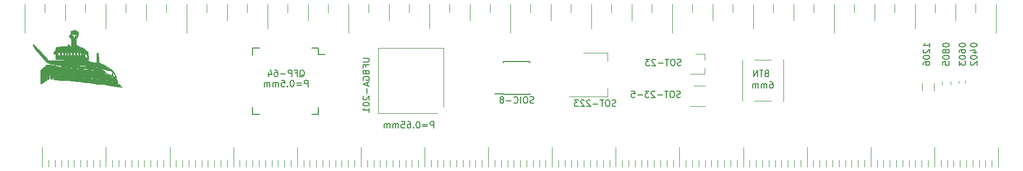
<source format=gbr>
%TF.GenerationSoftware,KiCad,Pcbnew,(5.1.6)-1*%
%TF.CreationDate,2020-08-25T13:24:47-04:00*%
%TF.ProjectId,PCBRuler,50434252-756c-4657-922e-6b696361645f,rev?*%
%TF.SameCoordinates,Original*%
%TF.FileFunction,Legend,Bot*%
%TF.FilePolarity,Positive*%
%FSLAX46Y46*%
G04 Gerber Fmt 4.6, Leading zero omitted, Abs format (unit mm)*
G04 Created by KiCad (PCBNEW (5.1.6)-1) date 2020-08-25 13:24:47*
%MOMM*%
%LPD*%
G01*
G04 APERTURE LIST*
%ADD10C,0.120000*%
%ADD11C,0.150000*%
%ADD12C,0.010000*%
G04 APERTURE END LIST*
D10*
X148082000Y-114661080D02*
X148082000Y-119106080D01*
D11*
X212280952Y-134052380D02*
X212280952Y-133052380D01*
X211900000Y-133052380D01*
X211804761Y-133100000D01*
X211757142Y-133147619D01*
X211709523Y-133242857D01*
X211709523Y-133385714D01*
X211757142Y-133480952D01*
X211804761Y-133528571D01*
X211900000Y-133576190D01*
X212280952Y-133576190D01*
X211280952Y-133528571D02*
X210519047Y-133528571D01*
X210519047Y-133814285D02*
X211280952Y-133814285D01*
X209852380Y-133052380D02*
X209757142Y-133052380D01*
X209661904Y-133100000D01*
X209614285Y-133147619D01*
X209566666Y-133242857D01*
X209519047Y-133433333D01*
X209519047Y-133671428D01*
X209566666Y-133861904D01*
X209614285Y-133957142D01*
X209661904Y-134004761D01*
X209757142Y-134052380D01*
X209852380Y-134052380D01*
X209947619Y-134004761D01*
X209995238Y-133957142D01*
X210042857Y-133861904D01*
X210090476Y-133671428D01*
X210090476Y-133433333D01*
X210042857Y-133242857D01*
X209995238Y-133147619D01*
X209947619Y-133100000D01*
X209852380Y-133052380D01*
X209090476Y-133957142D02*
X209042857Y-134004761D01*
X209090476Y-134052380D01*
X209138095Y-134004761D01*
X209090476Y-133957142D01*
X209090476Y-134052380D01*
X208185714Y-133052380D02*
X208376190Y-133052380D01*
X208471428Y-133100000D01*
X208519047Y-133147619D01*
X208614285Y-133290476D01*
X208661904Y-133480952D01*
X208661904Y-133861904D01*
X208614285Y-133957142D01*
X208566666Y-134004761D01*
X208471428Y-134052380D01*
X208280952Y-134052380D01*
X208185714Y-134004761D01*
X208138095Y-133957142D01*
X208090476Y-133861904D01*
X208090476Y-133623809D01*
X208138095Y-133528571D01*
X208185714Y-133480952D01*
X208280952Y-133433333D01*
X208471428Y-133433333D01*
X208566666Y-133480952D01*
X208614285Y-133528571D01*
X208661904Y-133623809D01*
X207185714Y-133052380D02*
X207661904Y-133052380D01*
X207709523Y-133528571D01*
X207661904Y-133480952D01*
X207566666Y-133433333D01*
X207328571Y-133433333D01*
X207233333Y-133480952D01*
X207185714Y-133528571D01*
X207138095Y-133623809D01*
X207138095Y-133861904D01*
X207185714Y-133957142D01*
X207233333Y-134004761D01*
X207328571Y-134052380D01*
X207566666Y-134052380D01*
X207661904Y-134004761D01*
X207709523Y-133957142D01*
X206709523Y-134052380D02*
X206709523Y-133385714D01*
X206709523Y-133480952D02*
X206661904Y-133433333D01*
X206566666Y-133385714D01*
X206423809Y-133385714D01*
X206328571Y-133433333D01*
X206280952Y-133528571D01*
X206280952Y-134052380D01*
X206280952Y-133528571D02*
X206233333Y-133433333D01*
X206138095Y-133385714D01*
X205995238Y-133385714D01*
X205900000Y-133433333D01*
X205852380Y-133528571D01*
X205852380Y-134052380D01*
X205376190Y-134052380D02*
X205376190Y-133385714D01*
X205376190Y-133480952D02*
X205328571Y-133433333D01*
X205233333Y-133385714D01*
X205090476Y-133385714D01*
X204995238Y-133433333D01*
X204947619Y-133528571D01*
X204947619Y-134052380D01*
X204947619Y-133528571D02*
X204900000Y-133433333D01*
X204804761Y-133385714D01*
X204661904Y-133385714D01*
X204566666Y-133433333D01*
X204519047Y-133528571D01*
X204519047Y-134052380D01*
X192504761Y-127552380D02*
X192504761Y-126552380D01*
X192123809Y-126552380D01*
X192028571Y-126600000D01*
X191980952Y-126647619D01*
X191933333Y-126742857D01*
X191933333Y-126885714D01*
X191980952Y-126980952D01*
X192028571Y-127028571D01*
X192123809Y-127076190D01*
X192504761Y-127076190D01*
X191504761Y-127028571D02*
X190742857Y-127028571D01*
X190742857Y-127314285D02*
X191504761Y-127314285D01*
X190076190Y-126552380D02*
X189980952Y-126552380D01*
X189885714Y-126600000D01*
X189838095Y-126647619D01*
X189790476Y-126742857D01*
X189742857Y-126933333D01*
X189742857Y-127171428D01*
X189790476Y-127361904D01*
X189838095Y-127457142D01*
X189885714Y-127504761D01*
X189980952Y-127552380D01*
X190076190Y-127552380D01*
X190171428Y-127504761D01*
X190219047Y-127457142D01*
X190266666Y-127361904D01*
X190314285Y-127171428D01*
X190314285Y-126933333D01*
X190266666Y-126742857D01*
X190219047Y-126647619D01*
X190171428Y-126600000D01*
X190076190Y-126552380D01*
X189314285Y-127457142D02*
X189266666Y-127504761D01*
X189314285Y-127552380D01*
X189361904Y-127504761D01*
X189314285Y-127457142D01*
X189314285Y-127552380D01*
X188361904Y-126552380D02*
X188838095Y-126552380D01*
X188885714Y-127028571D01*
X188838095Y-126980952D01*
X188742857Y-126933333D01*
X188504761Y-126933333D01*
X188409523Y-126980952D01*
X188361904Y-127028571D01*
X188314285Y-127123809D01*
X188314285Y-127361904D01*
X188361904Y-127457142D01*
X188409523Y-127504761D01*
X188504761Y-127552380D01*
X188742857Y-127552380D01*
X188838095Y-127504761D01*
X188885714Y-127457142D01*
X187885714Y-127552380D02*
X187885714Y-126885714D01*
X187885714Y-126980952D02*
X187838095Y-126933333D01*
X187742857Y-126885714D01*
X187600000Y-126885714D01*
X187504761Y-126933333D01*
X187457142Y-127028571D01*
X187457142Y-127552380D01*
X187457142Y-127028571D02*
X187409523Y-126933333D01*
X187314285Y-126885714D01*
X187171428Y-126885714D01*
X187076190Y-126933333D01*
X187028571Y-127028571D01*
X187028571Y-127552380D01*
X186552380Y-127552380D02*
X186552380Y-126885714D01*
X186552380Y-126980952D02*
X186504761Y-126933333D01*
X186409523Y-126885714D01*
X186266666Y-126885714D01*
X186171428Y-126933333D01*
X186123809Y-127028571D01*
X186123809Y-127552380D01*
X186123809Y-127028571D02*
X186076190Y-126933333D01*
X185980952Y-126885714D01*
X185838095Y-126885714D01*
X185742857Y-126933333D01*
X185695238Y-127028571D01*
X185695238Y-127552380D01*
X264469333Y-125482571D02*
X264326476Y-125530190D01*
X264278857Y-125577809D01*
X264231238Y-125673047D01*
X264231238Y-125815904D01*
X264278857Y-125911142D01*
X264326476Y-125958761D01*
X264421714Y-126006380D01*
X264802666Y-126006380D01*
X264802666Y-125006380D01*
X264469333Y-125006380D01*
X264374095Y-125054000D01*
X264326476Y-125101619D01*
X264278857Y-125196857D01*
X264278857Y-125292095D01*
X264326476Y-125387333D01*
X264374095Y-125434952D01*
X264469333Y-125482571D01*
X264802666Y-125482571D01*
X263945523Y-125006380D02*
X263374095Y-125006380D01*
X263659809Y-126006380D02*
X263659809Y-125006380D01*
X263040761Y-126006380D02*
X263040761Y-125006380D01*
X262469333Y-126006380D01*
X262469333Y-125006380D01*
D10*
X237832000Y-140100440D02*
X237832000Y-139100440D01*
X276832000Y-140100440D02*
X276832000Y-139100440D01*
X236832000Y-140100440D02*
X236832000Y-139100440D01*
X257832000Y-140100440D02*
X257832000Y-139100440D01*
X217832000Y-140100440D02*
X217832000Y-139100440D01*
X288832000Y-140100440D02*
X288832000Y-139100440D01*
X261832000Y-140100440D02*
X261832000Y-139100440D01*
X245832000Y-140100440D02*
X245832000Y-139100440D01*
X294832000Y-140100440D02*
X294832000Y-139100440D01*
X267832000Y-140100440D02*
X267832000Y-139100440D01*
X255832000Y-140100440D02*
X255832000Y-139100440D01*
X275832000Y-140100440D02*
X275832000Y-139100440D01*
X248832000Y-140100440D02*
X248832000Y-139100440D01*
X251832000Y-140100440D02*
X251832000Y-139100440D01*
X279832000Y-140100440D02*
X279832000Y-139100440D01*
X256832000Y-140100440D02*
X256832000Y-139100440D01*
X278832000Y-140100440D02*
X278832000Y-139100440D01*
X268832000Y-140100440D02*
X268832000Y-139100440D01*
X298832000Y-140100440D02*
X298832000Y-139100440D01*
X227832000Y-140100440D02*
X227832000Y-139100440D01*
X283832000Y-140100440D02*
X283832000Y-139100440D01*
X210832000Y-140100440D02*
X210832000Y-137100440D01*
X226832000Y-140100440D02*
X226832000Y-139100440D01*
X295832000Y-140100440D02*
X295832000Y-139100440D01*
X282832000Y-140100440D02*
X282832000Y-139100440D01*
X262832000Y-140100440D02*
X262832000Y-139100440D01*
X254832000Y-140100440D02*
X254832000Y-139100440D01*
X290832000Y-140100440D02*
X290832000Y-137100440D01*
X213832000Y-140100440D02*
X213832000Y-139100440D01*
X269832000Y-140100440D02*
X269832000Y-139100440D01*
X266832000Y-140100440D02*
X266832000Y-139100440D01*
X284832000Y-140100440D02*
X284832000Y-139100440D01*
X280832000Y-140100440D02*
X280832000Y-137100440D01*
X272832000Y-140100440D02*
X272832000Y-139100440D01*
X259832000Y-140100440D02*
X259832000Y-139100440D01*
X270832000Y-140100440D02*
X270832000Y-137100440D01*
X291832000Y-140100440D02*
X291832000Y-139100440D01*
X300832000Y-140100440D02*
X300832000Y-137100440D01*
X292832000Y-140100440D02*
X292832000Y-139100440D01*
X285832000Y-140100440D02*
X285832000Y-139100440D01*
X299832000Y-140100440D02*
X299832000Y-139100440D01*
X264832000Y-140100440D02*
X264832000Y-139100440D01*
X250832000Y-140100440D02*
X250832000Y-137100440D01*
X253832000Y-140100440D02*
X253832000Y-139100440D01*
X263832000Y-140100440D02*
X263832000Y-139100440D01*
X271832000Y-140100440D02*
X271832000Y-139100440D01*
X219832000Y-140100440D02*
X219832000Y-139100440D01*
X260832000Y-140100440D02*
X260832000Y-137100440D01*
X273832000Y-140100440D02*
X273832000Y-139100440D01*
X229832000Y-140100440D02*
X229832000Y-139100440D01*
X233832000Y-140100440D02*
X233832000Y-139100440D01*
X252832000Y-140100440D02*
X252832000Y-139100440D01*
X241832000Y-140100440D02*
X241832000Y-139100440D01*
X296832000Y-140100440D02*
X296832000Y-139100440D01*
X240832000Y-140100440D02*
X240832000Y-137100440D01*
X230832000Y-140100440D02*
X230832000Y-137100440D01*
X214832000Y-140100440D02*
X214832000Y-139100440D01*
X277832000Y-140100440D02*
X277832000Y-139100440D01*
X199832000Y-140100440D02*
X199832000Y-139100440D01*
X196832000Y-140100440D02*
X196832000Y-139100440D01*
X182832000Y-140100440D02*
X182832000Y-139100440D01*
X209832000Y-140100440D02*
X209832000Y-139100440D01*
X215832000Y-140100440D02*
X215832000Y-139100440D01*
X242832000Y-140100440D02*
X242832000Y-139100440D01*
X223832000Y-140100440D02*
X223832000Y-139100440D01*
X225832000Y-140100440D02*
X225832000Y-139100440D01*
X297832000Y-140100440D02*
X297832000Y-139100440D01*
X221832000Y-140100440D02*
X221832000Y-139100440D01*
X228832000Y-140100440D02*
X228832000Y-139100440D01*
X287832000Y-140100440D02*
X287832000Y-139100440D01*
X177832000Y-140100440D02*
X177832000Y-139100440D01*
X207832000Y-140100440D02*
X207832000Y-139100440D01*
X247832000Y-140100440D02*
X247832000Y-139100440D01*
X281832000Y-140100440D02*
X281832000Y-139100440D01*
X175832000Y-140100440D02*
X175832000Y-139100440D01*
X212832000Y-140100440D02*
X212832000Y-139100440D01*
X168832000Y-140100440D02*
X168832000Y-139100440D01*
X244832000Y-140100440D02*
X244832000Y-139100440D01*
X234832000Y-140100440D02*
X234832000Y-139100440D01*
X194832000Y-140100440D02*
X194832000Y-139100440D01*
X274832000Y-140100440D02*
X274832000Y-139100440D01*
X195832000Y-140100440D02*
X195832000Y-139100440D01*
X192832000Y-140100440D02*
X192832000Y-139100440D01*
X154832000Y-140100440D02*
X154832000Y-139100440D01*
X286832000Y-140100440D02*
X286832000Y-139100440D01*
X216832000Y-140100440D02*
X216832000Y-139100440D01*
X224832000Y-140100440D02*
X224832000Y-139100440D01*
X198832000Y-140100440D02*
X198832000Y-139100440D01*
X232832000Y-140100440D02*
X232832000Y-139100440D01*
X184832000Y-140100440D02*
X184832000Y-139100440D01*
X239832000Y-140100440D02*
X239832000Y-139100440D01*
X203832000Y-140100440D02*
X203832000Y-139100440D01*
X178832000Y-140100440D02*
X178832000Y-139100440D01*
X293832000Y-140100440D02*
X293832000Y-139100440D01*
X179832000Y-140100440D02*
X179832000Y-139100440D01*
X153832000Y-140100440D02*
X153832000Y-139100440D01*
X289832000Y-140100440D02*
X289832000Y-139100440D01*
X238832000Y-140100440D02*
X238832000Y-139100440D01*
X204832000Y-140100440D02*
X204832000Y-139100440D01*
X190832000Y-140100440D02*
X190832000Y-137100440D01*
X169832000Y-140100440D02*
X169832000Y-139100440D01*
X150832000Y-140100440D02*
X150832000Y-137100440D01*
X191832000Y-140100440D02*
X191832000Y-139100440D01*
X222832000Y-140100440D02*
X222832000Y-139100440D01*
X170832000Y-140100440D02*
X170832000Y-137100440D01*
X220832000Y-140100440D02*
X220832000Y-137100440D01*
X231832000Y-140100440D02*
X231832000Y-139100440D01*
X249832000Y-140100440D02*
X249832000Y-139100440D01*
X156832000Y-140100440D02*
X156832000Y-139100440D01*
X155832000Y-140100440D02*
X155832000Y-139100440D01*
X265832000Y-140100440D02*
X265832000Y-139100440D01*
X218832000Y-140100440D02*
X218832000Y-139100440D01*
X235832000Y-140100440D02*
X235832000Y-139100440D01*
X176832000Y-140100440D02*
X176832000Y-139100440D01*
X258832000Y-140100440D02*
X258832000Y-139100440D01*
X211832000Y-140100440D02*
X211832000Y-139100440D01*
X243832000Y-140100440D02*
X243832000Y-139100440D01*
X159832000Y-140100440D02*
X159832000Y-139100440D01*
X246832000Y-140100440D02*
X246832000Y-139100440D01*
X151832000Y-140100440D02*
X151832000Y-139100440D01*
X160832000Y-140100440D02*
X160832000Y-137100440D01*
X158832000Y-140100440D02*
X158832000Y-139100440D01*
X186832000Y-140100440D02*
X186832000Y-139100440D01*
X161832000Y-140100440D02*
X161832000Y-139100440D01*
X180832000Y-140100440D02*
X180832000Y-137100440D01*
X167832000Y-140100440D02*
X167832000Y-139100440D01*
X181832000Y-140100440D02*
X181832000Y-139100440D01*
X172832000Y-140100440D02*
X172832000Y-139100440D01*
X200832000Y-140100440D02*
X200832000Y-137100440D01*
X206832000Y-140100440D02*
X206832000Y-139100440D01*
X201832000Y-140100440D02*
X201832000Y-139100440D01*
X173832000Y-140100440D02*
X173832000Y-139100440D01*
X152832000Y-140100440D02*
X152832000Y-139100440D01*
X163832000Y-140100440D02*
X163832000Y-139100440D01*
X193832000Y-140100440D02*
X193832000Y-139100440D01*
X185832000Y-140100440D02*
X185832000Y-139100440D01*
X187832000Y-140100440D02*
X187832000Y-139100440D01*
X166832000Y-140100440D02*
X166832000Y-139100440D01*
X183832000Y-140100440D02*
X183832000Y-139100440D01*
X157832000Y-140100440D02*
X157832000Y-139100440D01*
X205832000Y-140100440D02*
X205832000Y-139100440D01*
X197832000Y-140100440D02*
X197832000Y-139100440D01*
X174832000Y-140100440D02*
X174832000Y-139100440D01*
X208832000Y-140100440D02*
X208832000Y-139100440D01*
X165832000Y-140100440D02*
X165832000Y-139100440D01*
X189832000Y-140100440D02*
X189832000Y-139100440D01*
X202832000Y-140100440D02*
X202832000Y-139100440D01*
X188832000Y-140100440D02*
X188832000Y-139100440D01*
X164832000Y-140100440D02*
X164832000Y-139100440D01*
X171832000Y-140100440D02*
X171832000Y-139100440D01*
X162832000Y-140100440D02*
X162832000Y-139100440D01*
X148082000Y-114661080D02*
X148082000Y-118471080D01*
X173482000Y-114661080D02*
X173482000Y-119106080D01*
X151257000Y-114661080D02*
X151257000Y-115931080D01*
X148082000Y-117221080D02*
X148082000Y-118491080D01*
X163957000Y-114661080D02*
X163957000Y-115931080D01*
X173482000Y-117856080D02*
X173482000Y-118491080D01*
X154432000Y-115931080D02*
X154432000Y-117201080D01*
X157607000Y-114661080D02*
X157607000Y-115931080D01*
X160782000Y-117201080D02*
X160782000Y-118471080D01*
X160782000Y-114661080D02*
X160782000Y-117201080D01*
X170307000Y-114661080D02*
X170307000Y-115931080D01*
X167132000Y-114661080D02*
X167132000Y-115931080D01*
X154432000Y-114661080D02*
X154432000Y-115931080D01*
X167132000Y-115931080D02*
X167132000Y-117201080D01*
X176657000Y-114661080D02*
X176657000Y-115931080D01*
X278257000Y-114661080D02*
X278257000Y-115931080D01*
X202057000Y-114661080D02*
X202057000Y-115931080D01*
X211582000Y-114661080D02*
X211582000Y-117201080D01*
X268732000Y-115931080D02*
X268732000Y-117201080D01*
X221107000Y-114661080D02*
X221107000Y-115931080D01*
X262382000Y-117201080D02*
X262382000Y-118471080D01*
X224282000Y-114661080D02*
X224282000Y-119106080D01*
X205232000Y-115931080D02*
X205232000Y-117201080D01*
X275082000Y-114661080D02*
X275082000Y-119106080D01*
X224282000Y-117856080D02*
X224282000Y-118491080D01*
X240157000Y-114661080D02*
X240157000Y-115931080D01*
X236982000Y-117201080D02*
X236982000Y-118471080D01*
X198882000Y-117856080D02*
X198882000Y-118491080D01*
X179832000Y-115931080D02*
X179832000Y-117201080D01*
X252857000Y-114661080D02*
X252857000Y-115931080D01*
X186182000Y-114661080D02*
X186182000Y-117201080D01*
X256032000Y-114661080D02*
X256032000Y-115931080D01*
X179832000Y-114661080D02*
X179832000Y-115931080D01*
X211582000Y-117201080D02*
X211582000Y-118471080D01*
X230632000Y-115931080D02*
X230632000Y-117201080D01*
X243332000Y-115931080D02*
X243332000Y-117201080D01*
X246507000Y-114661080D02*
X246507000Y-115931080D01*
X183007000Y-114661080D02*
X183007000Y-115931080D01*
X271907000Y-114661080D02*
X271907000Y-115931080D01*
X198882000Y-114661080D02*
X198882000Y-119106080D01*
X290957000Y-114661080D02*
X290957000Y-115931080D01*
X227457000Y-114661080D02*
X227457000Y-115931080D01*
X205232000Y-114661080D02*
X205232000Y-115931080D01*
X281432000Y-115931080D02*
X281432000Y-117201080D01*
X256032000Y-115931080D02*
X256032000Y-117201080D01*
X192532000Y-115931080D02*
X192532000Y-117201080D01*
X265557000Y-114661080D02*
X265557000Y-115931080D01*
X192532000Y-114661080D02*
X192532000Y-115931080D01*
X243332000Y-114661080D02*
X243332000Y-115931080D01*
X262382000Y-114661080D02*
X262382000Y-117201080D01*
X287782000Y-114661080D02*
X287782000Y-117201080D01*
X217932000Y-114661080D02*
X217932000Y-115931080D01*
X195707000Y-114661080D02*
X195707000Y-115931080D01*
X268732000Y-114661080D02*
X268732000Y-115931080D01*
X214757000Y-114661080D02*
X214757000Y-115931080D01*
X233807000Y-114661080D02*
X233807000Y-115931080D01*
X208407000Y-114661080D02*
X208407000Y-115931080D01*
X284607000Y-114661080D02*
X284607000Y-115931080D01*
X249682000Y-117856080D02*
X249682000Y-118491080D01*
X297307000Y-114661080D02*
X297307000Y-115931080D01*
X249682000Y-114661080D02*
X249682000Y-119106080D01*
X236982000Y-114661080D02*
X236982000Y-117201080D01*
X275082000Y-117856080D02*
X275082000Y-118491080D01*
X294132000Y-114661080D02*
X294132000Y-115931080D01*
X281432000Y-114661080D02*
X281432000Y-115931080D01*
X189357000Y-114661080D02*
X189357000Y-115931080D01*
X294132000Y-115931080D02*
X294132000Y-117201080D01*
X230632000Y-114661080D02*
X230632000Y-115931080D01*
X217932000Y-115931080D02*
X217932000Y-117201080D01*
X186182000Y-117201080D02*
X186182000Y-118471080D01*
X259207000Y-114661080D02*
X259207000Y-115931080D01*
X287782000Y-117201080D02*
X287782000Y-118471080D01*
X300482000Y-117856080D02*
X300482000Y-118491080D01*
X300482000Y-114661080D02*
X300482000Y-119106080D01*
%TO.C,UFBGA-201*%
X213825000Y-130725000D02*
X213825000Y-121475000D01*
X213825000Y-121475000D02*
X203575000Y-121475000D01*
X203575000Y-121475000D02*
X203575000Y-131725000D01*
X203575000Y-131725000D02*
X212825000Y-131725000D01*
D12*
%TO.C,G\u002A\u002A\u002A*%
G36*
X151033058Y-124541984D02*
G01*
X150545940Y-124989806D01*
X150519524Y-126012971D01*
X150515119Y-126411943D01*
X150522556Y-126746069D01*
X150540287Y-126980808D01*
X150566765Y-127081621D01*
X150567395Y-127082048D01*
X150673763Y-127064623D01*
X150866015Y-126970249D01*
X151009609Y-126880857D01*
X151304922Y-126678845D01*
X151479891Y-126544651D01*
X151556801Y-126454827D01*
X151557942Y-126385925D01*
X151525779Y-126337810D01*
X151485046Y-126209466D01*
X151590816Y-126134343D01*
X151686278Y-126125296D01*
X151768956Y-126143559D01*
X151710493Y-126196270D01*
X151647113Y-126273992D01*
X151724539Y-126368764D01*
X151829562Y-126419281D01*
X151894910Y-126323743D01*
X151904189Y-126295888D01*
X151927239Y-126083910D01*
X151904582Y-125868097D01*
X151884883Y-125685186D01*
X151944772Y-125618882D01*
X151977943Y-125616000D01*
X152121749Y-125665152D01*
X152179572Y-125770888D01*
X152122604Y-125866330D01*
X152051096Y-125992363D01*
X152077893Y-126165012D01*
X152177026Y-126315874D01*
X152316345Y-126376703D01*
X152433580Y-126362704D01*
X152395553Y-126311336D01*
X152373119Y-126296640D01*
X152290313Y-126203370D01*
X152342464Y-126151729D01*
X152490415Y-126175266D01*
X152592224Y-126269761D01*
X152593449Y-126337230D01*
X152650147Y-126400952D01*
X152859641Y-126459349D01*
X153205424Y-126510300D01*
X153670989Y-126551684D01*
X154239829Y-126581379D01*
X154572000Y-126591521D01*
X154997905Y-126610960D01*
X155502022Y-126647727D01*
X155994963Y-126694976D01*
X156138333Y-126711505D01*
X156617177Y-126767354D01*
X157144295Y-126825208D01*
X157625663Y-126874835D01*
X157747000Y-126886579D01*
X158136632Y-126929903D01*
X158504384Y-126981783D01*
X158786744Y-127032941D01*
X158847667Y-127047374D01*
X159114254Y-127094320D01*
X159466473Y-127127205D01*
X159771559Y-127137980D01*
X160152648Y-127157944D01*
X160539973Y-127207601D01*
X160787559Y-127260476D01*
X161177861Y-127353633D01*
X161680570Y-127450234D01*
X162239273Y-127540513D01*
X162797560Y-127614705D01*
X162901802Y-127626491D01*
X163315270Y-127671716D01*
X163118713Y-127405858D01*
X162954449Y-127233506D01*
X162796919Y-127143684D01*
X162768745Y-127140000D01*
X162670710Y-127108105D01*
X162625271Y-126985116D01*
X162615333Y-126769272D01*
X162613499Y-126716667D01*
X161853333Y-126716667D01*
X161788904Y-126798873D01*
X161768667Y-126801333D01*
X161686460Y-126736904D01*
X161684000Y-126716667D01*
X161748429Y-126634460D01*
X161768667Y-126632000D01*
X161260667Y-126632000D01*
X161229689Y-126701690D01*
X161204222Y-126688444D01*
X161194089Y-126587965D01*
X161204222Y-126575555D01*
X161254557Y-126587178D01*
X161260667Y-126632000D01*
X161768667Y-126632000D01*
X161850873Y-126696429D01*
X161853333Y-126716667D01*
X162613499Y-126716667D01*
X162608790Y-126581672D01*
X162598472Y-126547333D01*
X161006667Y-126547333D01*
X160942238Y-126629540D01*
X160922000Y-126632000D01*
X160839794Y-126567571D01*
X160837333Y-126547333D01*
X160856674Y-126522655D01*
X160294890Y-126522655D01*
X160283384Y-126553183D01*
X160201651Y-126628258D01*
X160161656Y-126542750D01*
X160160000Y-126500003D01*
X160201657Y-126412800D01*
X160246048Y-126421187D01*
X160294890Y-126522655D01*
X160856674Y-126522655D01*
X160901763Y-126465127D01*
X160922000Y-126462667D01*
X161004207Y-126527096D01*
X161006667Y-126547333D01*
X162598472Y-126547333D01*
X162569552Y-126451096D01*
X162492331Y-126378000D01*
X159482667Y-126378000D01*
X159418238Y-126460206D01*
X159398000Y-126462667D01*
X159315794Y-126398237D01*
X159313333Y-126378000D01*
X159377763Y-126295793D01*
X159398000Y-126293333D01*
X159480207Y-126357762D01*
X159482667Y-126378000D01*
X162492331Y-126378000D01*
X162468214Y-126355172D01*
X162275366Y-126271527D01*
X162206659Y-126251000D01*
X158720667Y-126251000D01*
X158652894Y-126363248D01*
X158593667Y-126378000D01*
X158481418Y-126310227D01*
X158466667Y-126251000D01*
X158534440Y-126138751D01*
X158593667Y-126124000D01*
X157450667Y-126124000D01*
X157386238Y-126206206D01*
X157366000Y-126208667D01*
X157283794Y-126144237D01*
X157281333Y-126124000D01*
X157345763Y-126041793D01*
X157366000Y-126039333D01*
X157448207Y-126103762D01*
X157450667Y-126124000D01*
X158593667Y-126124000D01*
X158705915Y-126191773D01*
X158720667Y-126251000D01*
X162206659Y-126251000D01*
X161961600Y-126177786D01*
X161768667Y-126125143D01*
X161312055Y-125959663D01*
X155842000Y-125959663D01*
X155777421Y-126037053D01*
X155757333Y-126039333D01*
X155683029Y-125970418D01*
X155672667Y-125907336D01*
X155713713Y-125819702D01*
X155757333Y-125827667D01*
X155838771Y-125935909D01*
X155842000Y-125959663D01*
X161312055Y-125959663D01*
X161190763Y-125915706D01*
X160776735Y-125658333D01*
X153471333Y-125658333D01*
X153425616Y-125771005D01*
X153386667Y-125785333D01*
X153311552Y-125716757D01*
X153302000Y-125658333D01*
X153347718Y-125545661D01*
X153386667Y-125531333D01*
X153461781Y-125599910D01*
X153471333Y-125658333D01*
X160776735Y-125658333D01*
X160747595Y-125640219D01*
X160699304Y-125598552D01*
X160479940Y-125462221D01*
X160162197Y-125333239D01*
X159816244Y-125235239D01*
X159512250Y-125191848D01*
X159490377Y-125191434D01*
X159267319Y-125162525D01*
X158992525Y-125092544D01*
X158932333Y-125072737D01*
X158684681Y-125011088D01*
X158335216Y-124954090D01*
X157951356Y-124912329D01*
X157874000Y-124906574D01*
X157507264Y-124877732D01*
X157032256Y-124834612D01*
X156508855Y-124782913D01*
X155996939Y-124728337D01*
X155969000Y-124725219D01*
X155486763Y-124673091D01*
X155015946Y-124625437D01*
X154606325Y-124587090D01*
X154307678Y-124562883D01*
X154275667Y-124560779D01*
X153919179Y-124516413D01*
X153503092Y-124433006D01*
X153175000Y-124345393D01*
X152781169Y-124243253D01*
X152356651Y-124163357D01*
X152051255Y-124127976D01*
X151520177Y-124094163D01*
X151033058Y-124541984D01*
G37*
X151033058Y-124541984D02*
X150545940Y-124989806D01*
X150519524Y-126012971D01*
X150515119Y-126411943D01*
X150522556Y-126746069D01*
X150540287Y-126980808D01*
X150566765Y-127081621D01*
X150567395Y-127082048D01*
X150673763Y-127064623D01*
X150866015Y-126970249D01*
X151009609Y-126880857D01*
X151304922Y-126678845D01*
X151479891Y-126544651D01*
X151556801Y-126454827D01*
X151557942Y-126385925D01*
X151525779Y-126337810D01*
X151485046Y-126209466D01*
X151590816Y-126134343D01*
X151686278Y-126125296D01*
X151768956Y-126143559D01*
X151710493Y-126196270D01*
X151647113Y-126273992D01*
X151724539Y-126368764D01*
X151829562Y-126419281D01*
X151894910Y-126323743D01*
X151904189Y-126295888D01*
X151927239Y-126083910D01*
X151904582Y-125868097D01*
X151884883Y-125685186D01*
X151944772Y-125618882D01*
X151977943Y-125616000D01*
X152121749Y-125665152D01*
X152179572Y-125770888D01*
X152122604Y-125866330D01*
X152051096Y-125992363D01*
X152077893Y-126165012D01*
X152177026Y-126315874D01*
X152316345Y-126376703D01*
X152433580Y-126362704D01*
X152395553Y-126311336D01*
X152373119Y-126296640D01*
X152290313Y-126203370D01*
X152342464Y-126151729D01*
X152490415Y-126175266D01*
X152592224Y-126269761D01*
X152593449Y-126337230D01*
X152650147Y-126400952D01*
X152859641Y-126459349D01*
X153205424Y-126510300D01*
X153670989Y-126551684D01*
X154239829Y-126581379D01*
X154572000Y-126591521D01*
X154997905Y-126610960D01*
X155502022Y-126647727D01*
X155994963Y-126694976D01*
X156138333Y-126711505D01*
X156617177Y-126767354D01*
X157144295Y-126825208D01*
X157625663Y-126874835D01*
X157747000Y-126886579D01*
X158136632Y-126929903D01*
X158504384Y-126981783D01*
X158786744Y-127032941D01*
X158847667Y-127047374D01*
X159114254Y-127094320D01*
X159466473Y-127127205D01*
X159771559Y-127137980D01*
X160152648Y-127157944D01*
X160539973Y-127207601D01*
X160787559Y-127260476D01*
X161177861Y-127353633D01*
X161680570Y-127450234D01*
X162239273Y-127540513D01*
X162797560Y-127614705D01*
X162901802Y-127626491D01*
X163315270Y-127671716D01*
X163118713Y-127405858D01*
X162954449Y-127233506D01*
X162796919Y-127143684D01*
X162768745Y-127140000D01*
X162670710Y-127108105D01*
X162625271Y-126985116D01*
X162615333Y-126769272D01*
X162613499Y-126716667D01*
X161853333Y-126716667D01*
X161788904Y-126798873D01*
X161768667Y-126801333D01*
X161686460Y-126736904D01*
X161684000Y-126716667D01*
X161748429Y-126634460D01*
X161768667Y-126632000D01*
X161260667Y-126632000D01*
X161229689Y-126701690D01*
X161204222Y-126688444D01*
X161194089Y-126587965D01*
X161204222Y-126575555D01*
X161254557Y-126587178D01*
X161260667Y-126632000D01*
X161768667Y-126632000D01*
X161850873Y-126696429D01*
X161853333Y-126716667D01*
X162613499Y-126716667D01*
X162608790Y-126581672D01*
X162598472Y-126547333D01*
X161006667Y-126547333D01*
X160942238Y-126629540D01*
X160922000Y-126632000D01*
X160839794Y-126567571D01*
X160837333Y-126547333D01*
X160856674Y-126522655D01*
X160294890Y-126522655D01*
X160283384Y-126553183D01*
X160201651Y-126628258D01*
X160161656Y-126542750D01*
X160160000Y-126500003D01*
X160201657Y-126412800D01*
X160246048Y-126421187D01*
X160294890Y-126522655D01*
X160856674Y-126522655D01*
X160901763Y-126465127D01*
X160922000Y-126462667D01*
X161004207Y-126527096D01*
X161006667Y-126547333D01*
X162598472Y-126547333D01*
X162569552Y-126451096D01*
X162492331Y-126378000D01*
X159482667Y-126378000D01*
X159418238Y-126460206D01*
X159398000Y-126462667D01*
X159315794Y-126398237D01*
X159313333Y-126378000D01*
X159377763Y-126295793D01*
X159398000Y-126293333D01*
X159480207Y-126357762D01*
X159482667Y-126378000D01*
X162492331Y-126378000D01*
X162468214Y-126355172D01*
X162275366Y-126271527D01*
X162206659Y-126251000D01*
X158720667Y-126251000D01*
X158652894Y-126363248D01*
X158593667Y-126378000D01*
X158481418Y-126310227D01*
X158466667Y-126251000D01*
X158534440Y-126138751D01*
X158593667Y-126124000D01*
X157450667Y-126124000D01*
X157386238Y-126206206D01*
X157366000Y-126208667D01*
X157283794Y-126144237D01*
X157281333Y-126124000D01*
X157345763Y-126041793D01*
X157366000Y-126039333D01*
X157448207Y-126103762D01*
X157450667Y-126124000D01*
X158593667Y-126124000D01*
X158705915Y-126191773D01*
X158720667Y-126251000D01*
X162206659Y-126251000D01*
X161961600Y-126177786D01*
X161768667Y-126125143D01*
X161312055Y-125959663D01*
X155842000Y-125959663D01*
X155777421Y-126037053D01*
X155757333Y-126039333D01*
X155683029Y-125970418D01*
X155672667Y-125907336D01*
X155713713Y-125819702D01*
X155757333Y-125827667D01*
X155838771Y-125935909D01*
X155842000Y-125959663D01*
X161312055Y-125959663D01*
X161190763Y-125915706D01*
X160776735Y-125658333D01*
X153471333Y-125658333D01*
X153425616Y-125771005D01*
X153386667Y-125785333D01*
X153311552Y-125716757D01*
X153302000Y-125658333D01*
X153347718Y-125545661D01*
X153386667Y-125531333D01*
X153461781Y-125599910D01*
X153471333Y-125658333D01*
X160776735Y-125658333D01*
X160747595Y-125640219D01*
X160699304Y-125598552D01*
X160479940Y-125462221D01*
X160162197Y-125333239D01*
X159816244Y-125235239D01*
X159512250Y-125191848D01*
X159490377Y-125191434D01*
X159267319Y-125162525D01*
X158992525Y-125092544D01*
X158932333Y-125072737D01*
X158684681Y-125011088D01*
X158335216Y-124954090D01*
X157951356Y-124912329D01*
X157874000Y-124906574D01*
X157507264Y-124877732D01*
X157032256Y-124834612D01*
X156508855Y-124782913D01*
X155996939Y-124728337D01*
X155969000Y-124725219D01*
X155486763Y-124673091D01*
X155015946Y-124625437D01*
X154606325Y-124587090D01*
X154307678Y-124562883D01*
X154275667Y-124560779D01*
X153919179Y-124516413D01*
X153503092Y-124433006D01*
X153175000Y-124345393D01*
X152781169Y-124243253D01*
X152356651Y-124163357D01*
X152051255Y-124127976D01*
X151520177Y-124094163D01*
X151033058Y-124541984D01*
G36*
X149342768Y-120943899D02*
G01*
X149322667Y-121031322D01*
X149374933Y-121136860D01*
X149517944Y-121344583D01*
X149731022Y-121629171D01*
X149993486Y-121965302D01*
X150284656Y-122327653D01*
X150583854Y-122690903D01*
X150870399Y-123029731D01*
X151123613Y-123318814D01*
X151322814Y-123532831D01*
X151447325Y-123646460D01*
X151467185Y-123657239D01*
X151603129Y-123746089D01*
X151663006Y-123809060D01*
X151796858Y-123892317D01*
X152035464Y-123974975D01*
X152213339Y-124016461D01*
X152539703Y-124070439D01*
X152927300Y-124122157D01*
X153336372Y-124167860D01*
X153727158Y-124203793D01*
X154059900Y-124226201D01*
X154294838Y-124231327D01*
X154383315Y-124221430D01*
X154527491Y-124200015D01*
X154805955Y-124185171D01*
X155183804Y-124176565D01*
X155626135Y-124173863D01*
X156098044Y-124176732D01*
X156564627Y-124184838D01*
X156990982Y-124197848D01*
X157342203Y-124215429D01*
X157583388Y-124237248D01*
X157662333Y-124252750D01*
X157851969Y-124296333D01*
X158162027Y-124346254D01*
X158544133Y-124395351D01*
X158828167Y-124425355D01*
X159228803Y-124472597D01*
X159587985Y-124530926D01*
X159858659Y-124591837D01*
X159971167Y-124631919D01*
X160155453Y-124704813D01*
X160453427Y-124799232D01*
X160813605Y-124899389D01*
X160985500Y-124942920D01*
X161768667Y-125134712D01*
X161768667Y-125460023D01*
X161750842Y-125670202D01*
X161677369Y-125769315D01*
X161518252Y-125767593D01*
X161243496Y-125675268D01*
X161194507Y-125655860D01*
X160931314Y-125498613D01*
X160731129Y-125288795D01*
X160719794Y-125270549D01*
X160498106Y-125027781D01*
X160138872Y-124821668D01*
X159637661Y-124651392D01*
X158990038Y-124516137D01*
X158191571Y-124415084D01*
X157237827Y-124347416D01*
X156124372Y-124312316D01*
X155492255Y-124306689D01*
X154858677Y-124306402D01*
X154378838Y-124309467D01*
X154037162Y-124316789D01*
X153818074Y-124329274D01*
X153705998Y-124347826D01*
X153685357Y-124373352D01*
X153740575Y-124406755D01*
X153744169Y-124408279D01*
X153935122Y-124471553D01*
X154052654Y-124479739D01*
X154055609Y-124478186D01*
X154154609Y-124475351D01*
X154394397Y-124489404D01*
X154747512Y-124518115D01*
X155186490Y-124559253D01*
X155676695Y-124609817D01*
X156203208Y-124662763D01*
X156699421Y-124705958D01*
X157129668Y-124736804D01*
X157458286Y-124752702D01*
X157633205Y-124752388D01*
X157855076Y-124749546D01*
X157978419Y-124770742D01*
X157988041Y-124790500D01*
X158038235Y-124829449D01*
X158210710Y-124853984D01*
X158313503Y-124857716D01*
X158643570Y-124891469D01*
X158975599Y-124969373D01*
X159017000Y-124983441D01*
X159291431Y-125062770D01*
X159542247Y-125104787D01*
X159585541Y-125106725D01*
X159900777Y-125151411D01*
X160268234Y-125263949D01*
X160611692Y-125416446D01*
X160837333Y-125564840D01*
X161299048Y-125860780D01*
X161684000Y-125995649D01*
X162044191Y-126087608D01*
X162270718Y-126139241D01*
X162393098Y-126155447D01*
X162440851Y-126141123D01*
X162446000Y-126122103D01*
X162414205Y-125983165D01*
X162244378Y-125983165D01*
X162145682Y-126018003D01*
X162108503Y-126016142D01*
X161942608Y-125928829D01*
X161885685Y-125818037D01*
X161860160Y-125578785D01*
X161868484Y-125434112D01*
X161897668Y-125235000D01*
X162036018Y-125446667D01*
X162159077Y-125669578D01*
X162229652Y-125843883D01*
X162244378Y-125983165D01*
X162414205Y-125983165D01*
X162396536Y-125905956D01*
X162267217Y-125631952D01*
X162086657Y-125340858D01*
X161883465Y-125073438D01*
X161686255Y-124870458D01*
X161523639Y-124772684D01*
X161496538Y-124769333D01*
X161365899Y-124712184D01*
X161188463Y-124569966D01*
X161137809Y-124519656D01*
X160914749Y-124348913D01*
X160583148Y-124170618D01*
X160275302Y-124042649D01*
X159652000Y-123815318D01*
X159652000Y-123022326D01*
X159649374Y-122651621D01*
X159636995Y-122418600D01*
X159619619Y-122342222D01*
X159539111Y-122342222D01*
X159527489Y-122392556D01*
X159482667Y-122398667D01*
X159412977Y-122367688D01*
X159426222Y-122342222D01*
X159526702Y-122332089D01*
X159539111Y-122342222D01*
X159619619Y-122342222D01*
X159608110Y-122291636D01*
X159555965Y-122239107D01*
X159482667Y-122229333D01*
X159402215Y-122242066D01*
X159352223Y-122301749D01*
X159325530Y-122440613D01*
X159314973Y-122690886D01*
X159313333Y-122991333D01*
X159313333Y-123753333D01*
X158908839Y-123753333D01*
X158629738Y-123729852D01*
X158399525Y-123670662D01*
X158337339Y-123638965D01*
X158243375Y-123581854D01*
X158133193Y-123535287D01*
X157989454Y-123498160D01*
X157794824Y-123469369D01*
X157531965Y-123447809D01*
X157183542Y-123432376D01*
X156732218Y-123421966D01*
X156160656Y-123415474D01*
X155451521Y-123411797D01*
X154744326Y-123410087D01*
X151768743Y-123404908D01*
X151455872Y-123053456D01*
X150928727Y-122465361D01*
X150466854Y-121958306D01*
X150079160Y-121541716D01*
X149774548Y-121225018D01*
X149561926Y-121017638D01*
X149450198Y-120929001D01*
X149447767Y-120927986D01*
X149342768Y-120943899D01*
G37*
X149342768Y-120943899D02*
X149322667Y-121031322D01*
X149374933Y-121136860D01*
X149517944Y-121344583D01*
X149731022Y-121629171D01*
X149993486Y-121965302D01*
X150284656Y-122327653D01*
X150583854Y-122690903D01*
X150870399Y-123029731D01*
X151123613Y-123318814D01*
X151322814Y-123532831D01*
X151447325Y-123646460D01*
X151467185Y-123657239D01*
X151603129Y-123746089D01*
X151663006Y-123809060D01*
X151796858Y-123892317D01*
X152035464Y-123974975D01*
X152213339Y-124016461D01*
X152539703Y-124070439D01*
X152927300Y-124122157D01*
X153336372Y-124167860D01*
X153727158Y-124203793D01*
X154059900Y-124226201D01*
X154294838Y-124231327D01*
X154383315Y-124221430D01*
X154527491Y-124200015D01*
X154805955Y-124185171D01*
X155183804Y-124176565D01*
X155626135Y-124173863D01*
X156098044Y-124176732D01*
X156564627Y-124184838D01*
X156990982Y-124197848D01*
X157342203Y-124215429D01*
X157583388Y-124237248D01*
X157662333Y-124252750D01*
X157851969Y-124296333D01*
X158162027Y-124346254D01*
X158544133Y-124395351D01*
X158828167Y-124425355D01*
X159228803Y-124472597D01*
X159587985Y-124530926D01*
X159858659Y-124591837D01*
X159971167Y-124631919D01*
X160155453Y-124704813D01*
X160453427Y-124799232D01*
X160813605Y-124899389D01*
X160985500Y-124942920D01*
X161768667Y-125134712D01*
X161768667Y-125460023D01*
X161750842Y-125670202D01*
X161677369Y-125769315D01*
X161518252Y-125767593D01*
X161243496Y-125675268D01*
X161194507Y-125655860D01*
X160931314Y-125498613D01*
X160731129Y-125288795D01*
X160719794Y-125270549D01*
X160498106Y-125027781D01*
X160138872Y-124821668D01*
X159637661Y-124651392D01*
X158990038Y-124516137D01*
X158191571Y-124415084D01*
X157237827Y-124347416D01*
X156124372Y-124312316D01*
X155492255Y-124306689D01*
X154858677Y-124306402D01*
X154378838Y-124309467D01*
X154037162Y-124316789D01*
X153818074Y-124329274D01*
X153705998Y-124347826D01*
X153685357Y-124373352D01*
X153740575Y-124406755D01*
X153744169Y-124408279D01*
X153935122Y-124471553D01*
X154052654Y-124479739D01*
X154055609Y-124478186D01*
X154154609Y-124475351D01*
X154394397Y-124489404D01*
X154747512Y-124518115D01*
X155186490Y-124559253D01*
X155676695Y-124609817D01*
X156203208Y-124662763D01*
X156699421Y-124705958D01*
X157129668Y-124736804D01*
X157458286Y-124752702D01*
X157633205Y-124752388D01*
X157855076Y-124749546D01*
X157978419Y-124770742D01*
X157988041Y-124790500D01*
X158038235Y-124829449D01*
X158210710Y-124853984D01*
X158313503Y-124857716D01*
X158643570Y-124891469D01*
X158975599Y-124969373D01*
X159017000Y-124983441D01*
X159291431Y-125062770D01*
X159542247Y-125104787D01*
X159585541Y-125106725D01*
X159900777Y-125151411D01*
X160268234Y-125263949D01*
X160611692Y-125416446D01*
X160837333Y-125564840D01*
X161299048Y-125860780D01*
X161684000Y-125995649D01*
X162044191Y-126087608D01*
X162270718Y-126139241D01*
X162393098Y-126155447D01*
X162440851Y-126141123D01*
X162446000Y-126122103D01*
X162414205Y-125983165D01*
X162244378Y-125983165D01*
X162145682Y-126018003D01*
X162108503Y-126016142D01*
X161942608Y-125928829D01*
X161885685Y-125818037D01*
X161860160Y-125578785D01*
X161868484Y-125434112D01*
X161897668Y-125235000D01*
X162036018Y-125446667D01*
X162159077Y-125669578D01*
X162229652Y-125843883D01*
X162244378Y-125983165D01*
X162414205Y-125983165D01*
X162396536Y-125905956D01*
X162267217Y-125631952D01*
X162086657Y-125340858D01*
X161883465Y-125073438D01*
X161686255Y-124870458D01*
X161523639Y-124772684D01*
X161496538Y-124769333D01*
X161365899Y-124712184D01*
X161188463Y-124569966D01*
X161137809Y-124519656D01*
X160914749Y-124348913D01*
X160583148Y-124170618D01*
X160275302Y-124042649D01*
X159652000Y-123815318D01*
X159652000Y-123022326D01*
X159649374Y-122651621D01*
X159636995Y-122418600D01*
X159619619Y-122342222D01*
X159539111Y-122342222D01*
X159527489Y-122392556D01*
X159482667Y-122398667D01*
X159412977Y-122367688D01*
X159426222Y-122342222D01*
X159526702Y-122332089D01*
X159539111Y-122342222D01*
X159619619Y-122342222D01*
X159608110Y-122291636D01*
X159555965Y-122239107D01*
X159482667Y-122229333D01*
X159402215Y-122242066D01*
X159352223Y-122301749D01*
X159325530Y-122440613D01*
X159314973Y-122690886D01*
X159313333Y-122991333D01*
X159313333Y-123753333D01*
X158908839Y-123753333D01*
X158629738Y-123729852D01*
X158399525Y-123670662D01*
X158337339Y-123638965D01*
X158243375Y-123581854D01*
X158133193Y-123535287D01*
X157989454Y-123498160D01*
X157794824Y-123469369D01*
X157531965Y-123447809D01*
X157183542Y-123432376D01*
X156732218Y-123421966D01*
X156160656Y-123415474D01*
X155451521Y-123411797D01*
X154744326Y-123410087D01*
X151768743Y-123404908D01*
X151455872Y-123053456D01*
X150928727Y-122465361D01*
X150466854Y-121958306D01*
X150079160Y-121541716D01*
X149774548Y-121225018D01*
X149561926Y-121017638D01*
X149450198Y-120929001D01*
X149447767Y-120927986D01*
X149342768Y-120943899D01*
G36*
X155791603Y-118700614D02*
G01*
X155737501Y-118709017D01*
X155454803Y-118779049D01*
X155317161Y-118887729D01*
X155301115Y-119057092D01*
X155312488Y-119108216D01*
X155279930Y-119297176D01*
X155163905Y-119435994D01*
X154972922Y-119601633D01*
X155195794Y-119893834D01*
X155341860Y-120131789D01*
X155406789Y-120390352D01*
X155417370Y-120636184D01*
X155398148Y-121000524D01*
X155343296Y-121200817D01*
X155253177Y-121236496D01*
X155128155Y-121106991D01*
X155121864Y-121097500D01*
X154975010Y-120919428D01*
X154872323Y-120889013D01*
X154827038Y-121008646D01*
X154826000Y-121044000D01*
X154780463Y-121173148D01*
X154617768Y-121215700D01*
X154593167Y-121216312D01*
X154209797Y-121230226D01*
X153817368Y-121259411D01*
X153457723Y-121299042D01*
X153172705Y-121344290D01*
X153004157Y-121390329D01*
X152984500Y-121401894D01*
X152905344Y-121545207D01*
X152878667Y-121721373D01*
X152804349Y-121967763D01*
X152694502Y-122076960D01*
X152573525Y-122218839D01*
X152566007Y-122364859D01*
X152657984Y-122458845D01*
X152789712Y-122459923D01*
X152883239Y-122450943D01*
X152926191Y-122512884D01*
X152930439Y-122682749D01*
X152918598Y-122861682D01*
X152884497Y-123306064D01*
X155383243Y-123322222D01*
X156020568Y-123327673D01*
X156605175Y-123335214D01*
X157114986Y-123344358D01*
X157527922Y-123354619D01*
X157821905Y-123365511D01*
X157974856Y-123376548D01*
X157989455Y-123379618D01*
X158048070Y-123361308D01*
X158073616Y-123230931D01*
X158072099Y-123118333D01*
X153640667Y-123118333D01*
X153598333Y-123160667D01*
X153556000Y-123118333D01*
X153598333Y-123076000D01*
X153640667Y-123118333D01*
X158072099Y-123118333D01*
X158070010Y-122963339D01*
X158065989Y-122888595D01*
X158061788Y-122831737D01*
X157874000Y-122831737D01*
X157854154Y-123023082D01*
X157779437Y-123061283D01*
X157627082Y-122955171D01*
X157605500Y-122935878D01*
X157489501Y-122748477D01*
X157450667Y-122552926D01*
X157458866Y-122398667D01*
X156942667Y-122398667D01*
X156904803Y-122600319D01*
X156815667Y-122652667D01*
X156714841Y-122576938D01*
X156688667Y-122398667D01*
X156519333Y-122398667D01*
X156492723Y-122584587D01*
X156393712Y-122650046D01*
X156350000Y-122652667D01*
X156226053Y-122612751D01*
X156182414Y-122464234D01*
X156180667Y-122398667D01*
X156011333Y-122398667D01*
X155984723Y-122584587D01*
X155885712Y-122650046D01*
X155842000Y-122652667D01*
X155718053Y-122612751D01*
X155674414Y-122464234D01*
X155672667Y-122398667D01*
X155503333Y-122398667D01*
X155476723Y-122584587D01*
X155377712Y-122650046D01*
X155334000Y-122652667D01*
X155210053Y-122612751D01*
X155166414Y-122464234D01*
X155164667Y-122398667D01*
X154995333Y-122398667D01*
X154957469Y-122600319D01*
X154868333Y-122652667D01*
X154767507Y-122576938D01*
X154741333Y-122398667D01*
X154572000Y-122398667D01*
X154534136Y-122600319D01*
X154445000Y-122652667D01*
X154344174Y-122576938D01*
X154318000Y-122398667D01*
X154148667Y-122398667D01*
X154122056Y-122584587D01*
X154023045Y-122650046D01*
X153979333Y-122652667D01*
X153855387Y-122612751D01*
X153811747Y-122464234D01*
X153810000Y-122398667D01*
X153640667Y-122398667D01*
X153617886Y-122580193D01*
X153521046Y-122646601D01*
X153429000Y-122652667D01*
X153277728Y-122625329D01*
X153222388Y-122509121D01*
X153217333Y-122398667D01*
X153240115Y-122217140D01*
X153336955Y-122150732D01*
X153429000Y-122144667D01*
X153580272Y-122172004D01*
X153635612Y-122288212D01*
X153640667Y-122398667D01*
X153810000Y-122398667D01*
X153836611Y-122212746D01*
X153935622Y-122147287D01*
X153979333Y-122144667D01*
X154103280Y-122184582D01*
X154146920Y-122333099D01*
X154148667Y-122398667D01*
X154318000Y-122398667D01*
X154355864Y-122197014D01*
X154445000Y-122144667D01*
X154545826Y-122220395D01*
X154572000Y-122398667D01*
X154741333Y-122398667D01*
X154779198Y-122197014D01*
X154868333Y-122144667D01*
X154969160Y-122220395D01*
X154995333Y-122398667D01*
X155164667Y-122398667D01*
X155191277Y-122212746D01*
X155290289Y-122147287D01*
X155334000Y-122144667D01*
X155457947Y-122184582D01*
X155501587Y-122333099D01*
X155503333Y-122398667D01*
X155672667Y-122398667D01*
X155699277Y-122212746D01*
X155798289Y-122147287D01*
X155842000Y-122144667D01*
X155965947Y-122184582D01*
X156009587Y-122333099D01*
X156011333Y-122398667D01*
X156180667Y-122398667D01*
X156207277Y-122212746D01*
X156306289Y-122147287D01*
X156350000Y-122144667D01*
X156473947Y-122184582D01*
X156517587Y-122333099D01*
X156519333Y-122398667D01*
X156688667Y-122398667D01*
X156726531Y-122197014D01*
X156815667Y-122144667D01*
X156916493Y-122220395D01*
X156942667Y-122398667D01*
X157458866Y-122398667D01*
X157459435Y-122387965D01*
X157516922Y-122362574D01*
X157662333Y-122448786D01*
X157838825Y-122646461D01*
X157874000Y-122831737D01*
X158061788Y-122831737D01*
X158035067Y-122470125D01*
X157996075Y-122195840D01*
X157942687Y-122040601D01*
X157868577Y-121979267D01*
X157836199Y-121975333D01*
X157704647Y-121913791D01*
X157551661Y-121765138D01*
X157547027Y-121759302D01*
X157417314Y-121611287D01*
X157333183Y-121545328D01*
X157330305Y-121545094D01*
X157231080Y-121515619D01*
X157033658Y-121438916D01*
X156922590Y-121392384D01*
X156659255Y-121284112D01*
X156431983Y-121198025D01*
X156375716Y-121178997D01*
X156216037Y-121047625D01*
X156126721Y-120807212D01*
X156119825Y-120663000D01*
X155842000Y-120663000D01*
X155799667Y-120705333D01*
X155757333Y-120663000D01*
X155799667Y-120620667D01*
X155842000Y-120663000D01*
X156119825Y-120663000D01*
X156112255Y-120504710D01*
X156140447Y-120366667D01*
X155828632Y-120366667D01*
X155815326Y-120486862D01*
X155785927Y-120472500D01*
X155774744Y-120299158D01*
X155785927Y-120260833D01*
X155816830Y-120250197D01*
X155828632Y-120366667D01*
X156140447Y-120366667D01*
X156177126Y-120187072D01*
X156262749Y-119996832D01*
X156382353Y-119708062D01*
X156431137Y-119454001D01*
X156392333Y-119454001D01*
X156117167Y-119571910D01*
X155916707Y-119693844D01*
X155841354Y-119858201D01*
X155836633Y-119922409D01*
X155831267Y-120155000D01*
X155750148Y-119952208D01*
X155713866Y-119816333D01*
X155588000Y-119816333D01*
X155545667Y-119858667D01*
X155503333Y-119816333D01*
X155545667Y-119774000D01*
X155588000Y-119816333D01*
X155713866Y-119816333D01*
X155705211Y-119783923D01*
X155715837Y-119702608D01*
X155687635Y-119633412D01*
X155569489Y-119548567D01*
X155463269Y-119470804D01*
X155482167Y-119438333D01*
X155562745Y-119362774D01*
X155599530Y-119202500D01*
X155612079Y-119062981D01*
X155632219Y-119085129D01*
X155646430Y-119150076D01*
X155718914Y-119281515D01*
X155899192Y-119363112D01*
X156037066Y-119392243D01*
X156392333Y-119454001D01*
X156431137Y-119454001D01*
X156442904Y-119392721D01*
X156439564Y-119108308D01*
X156367496Y-118912322D01*
X156355144Y-118898611D01*
X156277630Y-118863604D01*
X156259967Y-118931567D01*
X156231655Y-118958373D01*
X156183776Y-118870889D01*
X155559778Y-118870889D01*
X155548156Y-118921223D01*
X155503333Y-118927333D01*
X155433643Y-118896355D01*
X155446889Y-118870889D01*
X155547369Y-118860756D01*
X155559778Y-118870889D01*
X156183776Y-118870889D01*
X156174097Y-118853205D01*
X156105103Y-118728613D01*
X155996721Y-118684062D01*
X155791603Y-118700614D01*
G37*
X155791603Y-118700614D02*
X155737501Y-118709017D01*
X155454803Y-118779049D01*
X155317161Y-118887729D01*
X155301115Y-119057092D01*
X155312488Y-119108216D01*
X155279930Y-119297176D01*
X155163905Y-119435994D01*
X154972922Y-119601633D01*
X155195794Y-119893834D01*
X155341860Y-120131789D01*
X155406789Y-120390352D01*
X155417370Y-120636184D01*
X155398148Y-121000524D01*
X155343296Y-121200817D01*
X155253177Y-121236496D01*
X155128155Y-121106991D01*
X155121864Y-121097500D01*
X154975010Y-120919428D01*
X154872323Y-120889013D01*
X154827038Y-121008646D01*
X154826000Y-121044000D01*
X154780463Y-121173148D01*
X154617768Y-121215700D01*
X154593167Y-121216312D01*
X154209797Y-121230226D01*
X153817368Y-121259411D01*
X153457723Y-121299042D01*
X153172705Y-121344290D01*
X153004157Y-121390329D01*
X152984500Y-121401894D01*
X152905344Y-121545207D01*
X152878667Y-121721373D01*
X152804349Y-121967763D01*
X152694502Y-122076960D01*
X152573525Y-122218839D01*
X152566007Y-122364859D01*
X152657984Y-122458845D01*
X152789712Y-122459923D01*
X152883239Y-122450943D01*
X152926191Y-122512884D01*
X152930439Y-122682749D01*
X152918598Y-122861682D01*
X152884497Y-123306064D01*
X155383243Y-123322222D01*
X156020568Y-123327673D01*
X156605175Y-123335214D01*
X157114986Y-123344358D01*
X157527922Y-123354619D01*
X157821905Y-123365511D01*
X157974856Y-123376548D01*
X157989455Y-123379618D01*
X158048070Y-123361308D01*
X158073616Y-123230931D01*
X158072099Y-123118333D01*
X153640667Y-123118333D01*
X153598333Y-123160667D01*
X153556000Y-123118333D01*
X153598333Y-123076000D01*
X153640667Y-123118333D01*
X158072099Y-123118333D01*
X158070010Y-122963339D01*
X158065989Y-122888595D01*
X158061788Y-122831737D01*
X157874000Y-122831737D01*
X157854154Y-123023082D01*
X157779437Y-123061283D01*
X157627082Y-122955171D01*
X157605500Y-122935878D01*
X157489501Y-122748477D01*
X157450667Y-122552926D01*
X157458866Y-122398667D01*
X156942667Y-122398667D01*
X156904803Y-122600319D01*
X156815667Y-122652667D01*
X156714841Y-122576938D01*
X156688667Y-122398667D01*
X156519333Y-122398667D01*
X156492723Y-122584587D01*
X156393712Y-122650046D01*
X156350000Y-122652667D01*
X156226053Y-122612751D01*
X156182414Y-122464234D01*
X156180667Y-122398667D01*
X156011333Y-122398667D01*
X155984723Y-122584587D01*
X155885712Y-122650046D01*
X155842000Y-122652667D01*
X155718053Y-122612751D01*
X155674414Y-122464234D01*
X155672667Y-122398667D01*
X155503333Y-122398667D01*
X155476723Y-122584587D01*
X155377712Y-122650046D01*
X155334000Y-122652667D01*
X155210053Y-122612751D01*
X155166414Y-122464234D01*
X155164667Y-122398667D01*
X154995333Y-122398667D01*
X154957469Y-122600319D01*
X154868333Y-122652667D01*
X154767507Y-122576938D01*
X154741333Y-122398667D01*
X154572000Y-122398667D01*
X154534136Y-122600319D01*
X154445000Y-122652667D01*
X154344174Y-122576938D01*
X154318000Y-122398667D01*
X154148667Y-122398667D01*
X154122056Y-122584587D01*
X154023045Y-122650046D01*
X153979333Y-122652667D01*
X153855387Y-122612751D01*
X153811747Y-122464234D01*
X153810000Y-122398667D01*
X153640667Y-122398667D01*
X153617886Y-122580193D01*
X153521046Y-122646601D01*
X153429000Y-122652667D01*
X153277728Y-122625329D01*
X153222388Y-122509121D01*
X153217333Y-122398667D01*
X153240115Y-122217140D01*
X153336955Y-122150732D01*
X153429000Y-122144667D01*
X153580272Y-122172004D01*
X153635612Y-122288212D01*
X153640667Y-122398667D01*
X153810000Y-122398667D01*
X153836611Y-122212746D01*
X153935622Y-122147287D01*
X153979333Y-122144667D01*
X154103280Y-122184582D01*
X154146920Y-122333099D01*
X154148667Y-122398667D01*
X154318000Y-122398667D01*
X154355864Y-122197014D01*
X154445000Y-122144667D01*
X154545826Y-122220395D01*
X154572000Y-122398667D01*
X154741333Y-122398667D01*
X154779198Y-122197014D01*
X154868333Y-122144667D01*
X154969160Y-122220395D01*
X154995333Y-122398667D01*
X155164667Y-122398667D01*
X155191277Y-122212746D01*
X155290289Y-122147287D01*
X155334000Y-122144667D01*
X155457947Y-122184582D01*
X155501587Y-122333099D01*
X155503333Y-122398667D01*
X155672667Y-122398667D01*
X155699277Y-122212746D01*
X155798289Y-122147287D01*
X155842000Y-122144667D01*
X155965947Y-122184582D01*
X156009587Y-122333099D01*
X156011333Y-122398667D01*
X156180667Y-122398667D01*
X156207277Y-122212746D01*
X156306289Y-122147287D01*
X156350000Y-122144667D01*
X156473947Y-122184582D01*
X156517587Y-122333099D01*
X156519333Y-122398667D01*
X156688667Y-122398667D01*
X156726531Y-122197014D01*
X156815667Y-122144667D01*
X156916493Y-122220395D01*
X156942667Y-122398667D01*
X157458866Y-122398667D01*
X157459435Y-122387965D01*
X157516922Y-122362574D01*
X157662333Y-122448786D01*
X157838825Y-122646461D01*
X157874000Y-122831737D01*
X158061788Y-122831737D01*
X158035067Y-122470125D01*
X157996075Y-122195840D01*
X157942687Y-122040601D01*
X157868577Y-121979267D01*
X157836199Y-121975333D01*
X157704647Y-121913791D01*
X157551661Y-121765138D01*
X157547027Y-121759302D01*
X157417314Y-121611287D01*
X157333183Y-121545328D01*
X157330305Y-121545094D01*
X157231080Y-121515619D01*
X157033658Y-121438916D01*
X156922590Y-121392384D01*
X156659255Y-121284112D01*
X156431983Y-121198025D01*
X156375716Y-121178997D01*
X156216037Y-121047625D01*
X156126721Y-120807212D01*
X156119825Y-120663000D01*
X155842000Y-120663000D01*
X155799667Y-120705333D01*
X155757333Y-120663000D01*
X155799667Y-120620667D01*
X155842000Y-120663000D01*
X156119825Y-120663000D01*
X156112255Y-120504710D01*
X156140447Y-120366667D01*
X155828632Y-120366667D01*
X155815326Y-120486862D01*
X155785927Y-120472500D01*
X155774744Y-120299158D01*
X155785927Y-120260833D01*
X155816830Y-120250197D01*
X155828632Y-120366667D01*
X156140447Y-120366667D01*
X156177126Y-120187072D01*
X156262749Y-119996832D01*
X156382353Y-119708062D01*
X156431137Y-119454001D01*
X156392333Y-119454001D01*
X156117167Y-119571910D01*
X155916707Y-119693844D01*
X155841354Y-119858201D01*
X155836633Y-119922409D01*
X155831267Y-120155000D01*
X155750148Y-119952208D01*
X155713866Y-119816333D01*
X155588000Y-119816333D01*
X155545667Y-119858667D01*
X155503333Y-119816333D01*
X155545667Y-119774000D01*
X155588000Y-119816333D01*
X155713866Y-119816333D01*
X155705211Y-119783923D01*
X155715837Y-119702608D01*
X155687635Y-119633412D01*
X155569489Y-119548567D01*
X155463269Y-119470804D01*
X155482167Y-119438333D01*
X155562745Y-119362774D01*
X155599530Y-119202500D01*
X155612079Y-119062981D01*
X155632219Y-119085129D01*
X155646430Y-119150076D01*
X155718914Y-119281515D01*
X155899192Y-119363112D01*
X156037066Y-119392243D01*
X156392333Y-119454001D01*
X156431137Y-119454001D01*
X156442904Y-119392721D01*
X156439564Y-119108308D01*
X156367496Y-118912322D01*
X156355144Y-118898611D01*
X156277630Y-118863604D01*
X156259967Y-118931567D01*
X156231655Y-118958373D01*
X156183776Y-118870889D01*
X155559778Y-118870889D01*
X155548156Y-118921223D01*
X155503333Y-118927333D01*
X155433643Y-118896355D01*
X155446889Y-118870889D01*
X155547369Y-118860756D01*
X155559778Y-118870889D01*
X156183776Y-118870889D01*
X156174097Y-118853205D01*
X156105103Y-118728613D01*
X155996721Y-118684062D01*
X155791603Y-118700614D01*
D10*
X152600000Y-126430000D02*
X153040000Y-126420000D01*
X153040000Y-126420000D02*
X152630000Y-126380000D01*
X152630000Y-126380000D02*
X152650000Y-126380000D01*
X152650000Y-126380000D02*
X152650000Y-126390000D01*
D11*
X151730000Y-126150000D02*
X151660000Y-126090000D01*
X151660000Y-126090000D02*
X151540000Y-126050000D01*
X151770000Y-126220000D02*
X151750000Y-126220000D01*
X151420000Y-126210000D02*
X151430000Y-126200000D01*
X152340000Y-126310000D02*
X152400000Y-126310000D01*
X152120000Y-125960000D02*
X152100000Y-125850000D01*
X152100000Y-125850000D02*
X152160000Y-125780000D01*
X152160000Y-125780000D02*
X152180000Y-125660000D01*
X152180000Y-125660000D02*
X152090000Y-125580000D01*
X152090000Y-125580000D02*
X152100000Y-125540000D01*
X151810000Y-126350000D02*
X151780000Y-126370000D01*
X151780000Y-126370000D02*
X151750000Y-126350000D01*
X151750000Y-126350000D02*
X151730000Y-126330000D01*
X151730000Y-126330000D02*
X151700000Y-126310000D01*
X151700000Y-126310000D02*
X151700000Y-126320000D01*
X151700000Y-126320000D02*
X151710000Y-126340000D01*
X151710000Y-126340000D02*
X151730000Y-126360000D01*
X151730000Y-126360000D02*
X151740000Y-126370000D01*
X151740000Y-126370000D02*
X151750000Y-126370000D01*
X151750000Y-126370000D02*
X151830000Y-126320000D01*
X151830000Y-126320000D02*
X151760000Y-126010000D01*
X151760000Y-126010000D02*
X151500000Y-125860000D01*
X151780000Y-125830000D02*
X151860000Y-125800000D01*
X151860000Y-125800000D02*
X151860000Y-125870000D01*
X151860000Y-125870000D02*
X151850000Y-125910000D01*
X151850000Y-125910000D02*
X151860000Y-125910000D01*
X151860000Y-125910000D02*
X151860000Y-125970000D01*
X151860000Y-125970000D02*
X151870000Y-126050000D01*
X151870000Y-126050000D02*
X151880000Y-126130000D01*
X151880000Y-126130000D02*
X151890000Y-126210000D01*
X151890000Y-126210000D02*
X151890000Y-126280000D01*
X151890000Y-126280000D02*
X151850000Y-126320000D01*
X151850000Y-126320000D02*
X151810000Y-126360000D01*
X151810000Y-126360000D02*
X151810000Y-126100000D01*
X152250000Y-126230000D02*
X152230000Y-126110000D01*
X151490000Y-126350000D02*
X151470000Y-126240000D01*
X151470000Y-126240000D02*
X151490000Y-126140000D01*
X151490000Y-126140000D02*
X151590000Y-126090000D01*
X151590000Y-126090000D02*
X151640000Y-126100000D01*
X152350000Y-126250000D02*
X152320000Y-126160000D01*
X152320000Y-126160000D02*
X152350000Y-126130000D01*
X152350000Y-126130000D02*
X152180000Y-126050000D01*
X152180000Y-126050000D02*
X152280000Y-125990000D01*
D10*
%TO.C,0603*%
X295693667Y-126963267D02*
X295693667Y-126620733D01*
X294673667Y-126963267D02*
X294673667Y-126620733D01*
%TO.C,0805*%
X293408334Y-127253252D02*
X293408334Y-126730748D01*
X291988334Y-127253252D02*
X291988334Y-126730748D01*
%TO.C,1206*%
X290733000Y-128194064D02*
X290733000Y-126989936D01*
X288913000Y-128194064D02*
X288913000Y-126989936D01*
%TO.C,6mm*%
X260660000Y-129800000D02*
X260690000Y-129800000D01*
X267120000Y-129800000D02*
X267090000Y-129800000D01*
X267120000Y-123340000D02*
X267090000Y-123340000D01*
X260690000Y-123340000D02*
X260660000Y-123340000D01*
X262590000Y-129800000D02*
X265190000Y-129800000D01*
X260660000Y-123340000D02*
X260660000Y-129800000D01*
X262590000Y-123340000D02*
X265190000Y-123340000D01*
X267120000Y-123340000D02*
X267120000Y-129800000D01*
D11*
%TO.C,SOIC-8*%
X223225000Y-128775000D02*
X223225000Y-128725000D01*
X227375000Y-128775000D02*
X227375000Y-128630000D01*
X227375000Y-123625000D02*
X227375000Y-123770000D01*
X223225000Y-123625000D02*
X223225000Y-123770000D01*
X223225000Y-128775000D02*
X227375000Y-128775000D01*
X223225000Y-123625000D02*
X227375000Y-123625000D01*
X223225000Y-128725000D02*
X221825000Y-128725000D01*
D10*
%TO.C,SOT-23*%
X254760000Y-122420000D02*
X254760000Y-123350000D01*
X254760000Y-125580000D02*
X254760000Y-124650000D01*
X254760000Y-125580000D02*
X252600000Y-125580000D01*
X254760000Y-122420000D02*
X253300000Y-122420000D01*
%TO.C,SOT-223*%
X233500000Y-129110000D02*
X239510000Y-129110000D01*
X235750000Y-122290000D02*
X239510000Y-122290000D01*
X239510000Y-129110000D02*
X239510000Y-127850000D01*
X239510000Y-122290000D02*
X239510000Y-123550000D01*
D11*
%TO.C,QFP-64*%
X194175000Y-122525000D02*
X195200000Y-122525000D01*
X183825000Y-121525000D02*
X184900000Y-121525000D01*
X183825000Y-131875000D02*
X184900000Y-131875000D01*
X194175000Y-131875000D02*
X193100000Y-131875000D01*
X194175000Y-121525000D02*
X193100000Y-121525000D01*
X194175000Y-131875000D02*
X194175000Y-130800000D01*
X183825000Y-131875000D02*
X183825000Y-130800000D01*
X183825000Y-121525000D02*
X183825000Y-122600000D01*
X194175000Y-121525000D02*
X194175000Y-122525000D01*
D10*
%TO.C,SOT-23-5*%
X254900000Y-130660000D02*
X252450000Y-130660000D01*
X253100000Y-127440000D02*
X254900000Y-127440000D01*
%TO.C,UFBGA-201*%
D11*
X201152380Y-123109523D02*
X201961904Y-123109523D01*
X202057142Y-123157142D01*
X202104761Y-123204761D01*
X202152380Y-123300000D01*
X202152380Y-123490476D01*
X202104761Y-123585714D01*
X202057142Y-123633333D01*
X201961904Y-123680952D01*
X201152380Y-123680952D01*
X201628571Y-124490476D02*
X201628571Y-124157142D01*
X202152380Y-124157142D02*
X201152380Y-124157142D01*
X201152380Y-124633333D01*
X201628571Y-125347619D02*
X201676190Y-125490476D01*
X201723809Y-125538095D01*
X201819047Y-125585714D01*
X201961904Y-125585714D01*
X202057142Y-125538095D01*
X202104761Y-125490476D01*
X202152380Y-125395238D01*
X202152380Y-125014285D01*
X201152380Y-125014285D01*
X201152380Y-125347619D01*
X201200000Y-125442857D01*
X201247619Y-125490476D01*
X201342857Y-125538095D01*
X201438095Y-125538095D01*
X201533333Y-125490476D01*
X201580952Y-125442857D01*
X201628571Y-125347619D01*
X201628571Y-125014285D01*
X201200000Y-126538095D02*
X201152380Y-126442857D01*
X201152380Y-126300000D01*
X201200000Y-126157142D01*
X201295238Y-126061904D01*
X201390476Y-126014285D01*
X201580952Y-125966666D01*
X201723809Y-125966666D01*
X201914285Y-126014285D01*
X202009523Y-126061904D01*
X202104761Y-126157142D01*
X202152380Y-126300000D01*
X202152380Y-126395238D01*
X202104761Y-126538095D01*
X202057142Y-126585714D01*
X201723809Y-126585714D01*
X201723809Y-126395238D01*
X201866666Y-126966666D02*
X201866666Y-127442857D01*
X202152380Y-126871428D02*
X201152380Y-127204761D01*
X202152380Y-127538095D01*
X201771428Y-127871428D02*
X201771428Y-128633333D01*
X201247619Y-129061904D02*
X201200000Y-129109523D01*
X201152380Y-129204761D01*
X201152380Y-129442857D01*
X201200000Y-129538095D01*
X201247619Y-129585714D01*
X201342857Y-129633333D01*
X201438095Y-129633333D01*
X201580952Y-129585714D01*
X202152380Y-129014285D01*
X202152380Y-129633333D01*
X201152380Y-130252380D02*
X201152380Y-130347619D01*
X201200000Y-130442857D01*
X201247619Y-130490476D01*
X201342857Y-130538095D01*
X201533333Y-130585714D01*
X201771428Y-130585714D01*
X201961904Y-130538095D01*
X202057142Y-130490476D01*
X202104761Y-130442857D01*
X202152380Y-130347619D01*
X202152380Y-130252380D01*
X202104761Y-130157142D01*
X202057142Y-130109523D01*
X201961904Y-130061904D01*
X201771428Y-130014285D01*
X201533333Y-130014285D01*
X201342857Y-130061904D01*
X201247619Y-130109523D01*
X201200000Y-130157142D01*
X201152380Y-130252380D01*
X202152380Y-131538095D02*
X202152380Y-130966666D01*
X202152380Y-131252380D02*
X201152380Y-131252380D01*
X201295238Y-131157142D01*
X201390476Y-131061904D01*
X201438095Y-130966666D01*
%TO.C,0603*%
X294698047Y-120995809D02*
X294698047Y-121091047D01*
X294745667Y-121186285D01*
X294793286Y-121233904D01*
X294888524Y-121281523D01*
X295079000Y-121329142D01*
X295317095Y-121329142D01*
X295507571Y-121281523D01*
X295602809Y-121233904D01*
X295650428Y-121186285D01*
X295698047Y-121091047D01*
X295698047Y-120995809D01*
X295650428Y-120900571D01*
X295602809Y-120852952D01*
X295507571Y-120805333D01*
X295317095Y-120757714D01*
X295079000Y-120757714D01*
X294888524Y-120805333D01*
X294793286Y-120852952D01*
X294745667Y-120900571D01*
X294698047Y-120995809D01*
X294698047Y-122186285D02*
X294698047Y-121995809D01*
X294745667Y-121900571D01*
X294793286Y-121852952D01*
X294936143Y-121757714D01*
X295126619Y-121710095D01*
X295507571Y-121710095D01*
X295602809Y-121757714D01*
X295650428Y-121805333D01*
X295698047Y-121900571D01*
X295698047Y-122091047D01*
X295650428Y-122186285D01*
X295602809Y-122233904D01*
X295507571Y-122281523D01*
X295269476Y-122281523D01*
X295174238Y-122233904D01*
X295126619Y-122186285D01*
X295079000Y-122091047D01*
X295079000Y-121900571D01*
X295126619Y-121805333D01*
X295174238Y-121757714D01*
X295269476Y-121710095D01*
X294698047Y-122900571D02*
X294698047Y-122995809D01*
X294745667Y-123091047D01*
X294793286Y-123138666D01*
X294888524Y-123186285D01*
X295079000Y-123233904D01*
X295317095Y-123233904D01*
X295507571Y-123186285D01*
X295602809Y-123138666D01*
X295650428Y-123091047D01*
X295698047Y-122995809D01*
X295698047Y-122900571D01*
X295650428Y-122805333D01*
X295602809Y-122757714D01*
X295507571Y-122710095D01*
X295317095Y-122662476D01*
X295079000Y-122662476D01*
X294888524Y-122710095D01*
X294793286Y-122757714D01*
X294745667Y-122805333D01*
X294698047Y-122900571D01*
X294698047Y-123567238D02*
X294698047Y-124186285D01*
X295079000Y-123852952D01*
X295079000Y-123995809D01*
X295126619Y-124091047D01*
X295174238Y-124138666D01*
X295269476Y-124186285D01*
X295507571Y-124186285D01*
X295602809Y-124138666D01*
X295650428Y-124091047D01*
X295698047Y-123995809D01*
X295698047Y-123710095D01*
X295650428Y-123614857D01*
X295602809Y-123567238D01*
%TO.C,0402*%
X296493380Y-120995809D02*
X296493380Y-121091047D01*
X296541000Y-121186285D01*
X296588619Y-121233904D01*
X296683857Y-121281523D01*
X296874333Y-121329142D01*
X297112428Y-121329142D01*
X297302904Y-121281523D01*
X297398142Y-121233904D01*
X297445761Y-121186285D01*
X297493380Y-121091047D01*
X297493380Y-120995809D01*
X297445761Y-120900571D01*
X297398142Y-120852952D01*
X297302904Y-120805333D01*
X297112428Y-120757714D01*
X296874333Y-120757714D01*
X296683857Y-120805333D01*
X296588619Y-120852952D01*
X296541000Y-120900571D01*
X296493380Y-120995809D01*
X296826714Y-122186285D02*
X297493380Y-122186285D01*
X296445761Y-121948190D02*
X297160047Y-121710095D01*
X297160047Y-122329142D01*
X296493380Y-122900571D02*
X296493380Y-122995809D01*
X296541000Y-123091047D01*
X296588619Y-123138666D01*
X296683857Y-123186285D01*
X296874333Y-123233904D01*
X297112428Y-123233904D01*
X297302904Y-123186285D01*
X297398142Y-123138666D01*
X297445761Y-123091047D01*
X297493380Y-122995809D01*
X297493380Y-122900571D01*
X297445761Y-122805333D01*
X297398142Y-122757714D01*
X297302904Y-122710095D01*
X297112428Y-122662476D01*
X296874333Y-122662476D01*
X296683857Y-122710095D01*
X296588619Y-122757714D01*
X296541000Y-122805333D01*
X296493380Y-122900571D01*
X296588619Y-123614857D02*
X296541000Y-123662476D01*
X296493380Y-123757714D01*
X296493380Y-123995809D01*
X296541000Y-124091047D01*
X296588619Y-124138666D01*
X296683857Y-124186285D01*
X296779095Y-124186285D01*
X296921952Y-124138666D01*
X297493380Y-123567238D01*
X297493380Y-124186285D01*
%TO.C,0805*%
X292140714Y-120995809D02*
X292140714Y-121091047D01*
X292188334Y-121186285D01*
X292235953Y-121233904D01*
X292331191Y-121281523D01*
X292521667Y-121329142D01*
X292759762Y-121329142D01*
X292950238Y-121281523D01*
X293045476Y-121233904D01*
X293093095Y-121186285D01*
X293140714Y-121091047D01*
X293140714Y-120995809D01*
X293093095Y-120900571D01*
X293045476Y-120852952D01*
X292950238Y-120805333D01*
X292759762Y-120757714D01*
X292521667Y-120757714D01*
X292331191Y-120805333D01*
X292235953Y-120852952D01*
X292188334Y-120900571D01*
X292140714Y-120995809D01*
X292569286Y-121900571D02*
X292521667Y-121805333D01*
X292474048Y-121757714D01*
X292378810Y-121710095D01*
X292331191Y-121710095D01*
X292235953Y-121757714D01*
X292188334Y-121805333D01*
X292140714Y-121900571D01*
X292140714Y-122091047D01*
X292188334Y-122186285D01*
X292235953Y-122233904D01*
X292331191Y-122281523D01*
X292378810Y-122281523D01*
X292474048Y-122233904D01*
X292521667Y-122186285D01*
X292569286Y-122091047D01*
X292569286Y-121900571D01*
X292616905Y-121805333D01*
X292664524Y-121757714D01*
X292759762Y-121710095D01*
X292950238Y-121710095D01*
X293045476Y-121757714D01*
X293093095Y-121805333D01*
X293140714Y-121900571D01*
X293140714Y-122091047D01*
X293093095Y-122186285D01*
X293045476Y-122233904D01*
X292950238Y-122281523D01*
X292759762Y-122281523D01*
X292664524Y-122233904D01*
X292616905Y-122186285D01*
X292569286Y-122091047D01*
X292140714Y-122900571D02*
X292140714Y-122995809D01*
X292188334Y-123091047D01*
X292235953Y-123138666D01*
X292331191Y-123186285D01*
X292521667Y-123233904D01*
X292759762Y-123233904D01*
X292950238Y-123186285D01*
X293045476Y-123138666D01*
X293093095Y-123091047D01*
X293140714Y-122995809D01*
X293140714Y-122900571D01*
X293093095Y-122805333D01*
X293045476Y-122757714D01*
X292950238Y-122710095D01*
X292759762Y-122662476D01*
X292521667Y-122662476D01*
X292331191Y-122710095D01*
X292235953Y-122757714D01*
X292188334Y-122805333D01*
X292140714Y-122900571D01*
X292140714Y-124138666D02*
X292140714Y-123662476D01*
X292616905Y-123614857D01*
X292569286Y-123662476D01*
X292521667Y-123757714D01*
X292521667Y-123995809D01*
X292569286Y-124091047D01*
X292616905Y-124138666D01*
X292712143Y-124186285D01*
X292950238Y-124186285D01*
X293045476Y-124138666D01*
X293093095Y-124091047D01*
X293140714Y-123995809D01*
X293140714Y-123757714D01*
X293093095Y-123662476D01*
X293045476Y-123614857D01*
%TO.C,1206*%
X290075380Y-121329142D02*
X290075380Y-120757714D01*
X290075380Y-121043428D02*
X289075380Y-121043428D01*
X289218238Y-120948190D01*
X289313476Y-120852952D01*
X289361095Y-120757714D01*
X289170619Y-121710095D02*
X289123000Y-121757714D01*
X289075380Y-121852952D01*
X289075380Y-122091047D01*
X289123000Y-122186285D01*
X289170619Y-122233904D01*
X289265857Y-122281523D01*
X289361095Y-122281523D01*
X289503952Y-122233904D01*
X290075380Y-121662476D01*
X290075380Y-122281523D01*
X289075380Y-122900571D02*
X289075380Y-122995809D01*
X289123000Y-123091047D01*
X289170619Y-123138666D01*
X289265857Y-123186285D01*
X289456333Y-123233904D01*
X289694428Y-123233904D01*
X289884904Y-123186285D01*
X289980142Y-123138666D01*
X290027761Y-123091047D01*
X290075380Y-122995809D01*
X290075380Y-122900571D01*
X290027761Y-122805333D01*
X289980142Y-122757714D01*
X289884904Y-122710095D01*
X289694428Y-122662476D01*
X289456333Y-122662476D01*
X289265857Y-122710095D01*
X289170619Y-122757714D01*
X289123000Y-122805333D01*
X289075380Y-122900571D01*
X289075380Y-124091047D02*
X289075380Y-123900571D01*
X289123000Y-123805333D01*
X289170619Y-123757714D01*
X289313476Y-123662476D01*
X289503952Y-123614857D01*
X289884904Y-123614857D01*
X289980142Y-123662476D01*
X290027761Y-123710095D01*
X290075380Y-123805333D01*
X290075380Y-123995809D01*
X290027761Y-124091047D01*
X289980142Y-124138666D01*
X289884904Y-124186285D01*
X289646809Y-124186285D01*
X289551571Y-124138666D01*
X289503952Y-124091047D01*
X289456333Y-123995809D01*
X289456333Y-123805333D01*
X289503952Y-123710095D01*
X289551571Y-123662476D01*
X289646809Y-123614857D01*
%TO.C,6mm*%
X265032857Y-126784380D02*
X265223333Y-126784380D01*
X265318571Y-126832000D01*
X265366190Y-126879619D01*
X265461428Y-127022476D01*
X265509047Y-127212952D01*
X265509047Y-127593904D01*
X265461428Y-127689142D01*
X265413809Y-127736761D01*
X265318571Y-127784380D01*
X265128095Y-127784380D01*
X265032857Y-127736761D01*
X264985238Y-127689142D01*
X264937619Y-127593904D01*
X264937619Y-127355809D01*
X264985238Y-127260571D01*
X265032857Y-127212952D01*
X265128095Y-127165333D01*
X265318571Y-127165333D01*
X265413809Y-127212952D01*
X265461428Y-127260571D01*
X265509047Y-127355809D01*
X264509047Y-127784380D02*
X264509047Y-127117714D01*
X264509047Y-127212952D02*
X264461428Y-127165333D01*
X264366190Y-127117714D01*
X264223333Y-127117714D01*
X264128095Y-127165333D01*
X264080476Y-127260571D01*
X264080476Y-127784380D01*
X264080476Y-127260571D02*
X264032857Y-127165333D01*
X263937619Y-127117714D01*
X263794761Y-127117714D01*
X263699523Y-127165333D01*
X263651904Y-127260571D01*
X263651904Y-127784380D01*
X263175714Y-127784380D02*
X263175714Y-127117714D01*
X263175714Y-127212952D02*
X263128095Y-127165333D01*
X263032857Y-127117714D01*
X262890000Y-127117714D01*
X262794761Y-127165333D01*
X262747142Y-127260571D01*
X262747142Y-127784380D01*
X262747142Y-127260571D02*
X262699523Y-127165333D01*
X262604285Y-127117714D01*
X262461428Y-127117714D01*
X262366190Y-127165333D01*
X262318571Y-127260571D01*
X262318571Y-127784380D01*
%TO.C,SOIC-8*%
X227942857Y-130104761D02*
X227800000Y-130152380D01*
X227561904Y-130152380D01*
X227466666Y-130104761D01*
X227419047Y-130057142D01*
X227371428Y-129961904D01*
X227371428Y-129866666D01*
X227419047Y-129771428D01*
X227466666Y-129723809D01*
X227561904Y-129676190D01*
X227752380Y-129628571D01*
X227847619Y-129580952D01*
X227895238Y-129533333D01*
X227942857Y-129438095D01*
X227942857Y-129342857D01*
X227895238Y-129247619D01*
X227847619Y-129200000D01*
X227752380Y-129152380D01*
X227514285Y-129152380D01*
X227371428Y-129200000D01*
X226752380Y-129152380D02*
X226561904Y-129152380D01*
X226466666Y-129200000D01*
X226371428Y-129295238D01*
X226323809Y-129485714D01*
X226323809Y-129819047D01*
X226371428Y-130009523D01*
X226466666Y-130104761D01*
X226561904Y-130152380D01*
X226752380Y-130152380D01*
X226847619Y-130104761D01*
X226942857Y-130009523D01*
X226990476Y-129819047D01*
X226990476Y-129485714D01*
X226942857Y-129295238D01*
X226847619Y-129200000D01*
X226752380Y-129152380D01*
X225895238Y-130152380D02*
X225895238Y-129152380D01*
X224847619Y-130057142D02*
X224895238Y-130104761D01*
X225038095Y-130152380D01*
X225133333Y-130152380D01*
X225276190Y-130104761D01*
X225371428Y-130009523D01*
X225419047Y-129914285D01*
X225466666Y-129723809D01*
X225466666Y-129580952D01*
X225419047Y-129390476D01*
X225371428Y-129295238D01*
X225276190Y-129200000D01*
X225133333Y-129152380D01*
X225038095Y-129152380D01*
X224895238Y-129200000D01*
X224847619Y-129247619D01*
X224419047Y-129771428D02*
X223657142Y-129771428D01*
X223038095Y-129580952D02*
X223133333Y-129533333D01*
X223180952Y-129485714D01*
X223228571Y-129390476D01*
X223228571Y-129342857D01*
X223180952Y-129247619D01*
X223133333Y-129200000D01*
X223038095Y-129152380D01*
X222847619Y-129152380D01*
X222752380Y-129200000D01*
X222704761Y-129247619D01*
X222657142Y-129342857D01*
X222657142Y-129390476D01*
X222704761Y-129485714D01*
X222752380Y-129533333D01*
X222847619Y-129580952D01*
X223038095Y-129580952D01*
X223133333Y-129628571D01*
X223180952Y-129676190D01*
X223228571Y-129771428D01*
X223228571Y-129961904D01*
X223180952Y-130057142D01*
X223133333Y-130104761D01*
X223038095Y-130152380D01*
X222847619Y-130152380D01*
X222752380Y-130104761D01*
X222704761Y-130057142D01*
X222657142Y-129961904D01*
X222657142Y-129771428D01*
X222704761Y-129676190D01*
X222752380Y-129628571D01*
X222847619Y-129580952D01*
%TO.C,SOT-23*%
X251061904Y-124204761D02*
X250919047Y-124252380D01*
X250680952Y-124252380D01*
X250585714Y-124204761D01*
X250538095Y-124157142D01*
X250490476Y-124061904D01*
X250490476Y-123966666D01*
X250538095Y-123871428D01*
X250585714Y-123823809D01*
X250680952Y-123776190D01*
X250871428Y-123728571D01*
X250966666Y-123680952D01*
X251014285Y-123633333D01*
X251061904Y-123538095D01*
X251061904Y-123442857D01*
X251014285Y-123347619D01*
X250966666Y-123300000D01*
X250871428Y-123252380D01*
X250633333Y-123252380D01*
X250490476Y-123300000D01*
X249871428Y-123252380D02*
X249680952Y-123252380D01*
X249585714Y-123300000D01*
X249490476Y-123395238D01*
X249442857Y-123585714D01*
X249442857Y-123919047D01*
X249490476Y-124109523D01*
X249585714Y-124204761D01*
X249680952Y-124252380D01*
X249871428Y-124252380D01*
X249966666Y-124204761D01*
X250061904Y-124109523D01*
X250109523Y-123919047D01*
X250109523Y-123585714D01*
X250061904Y-123395238D01*
X249966666Y-123300000D01*
X249871428Y-123252380D01*
X249157142Y-123252380D02*
X248585714Y-123252380D01*
X248871428Y-124252380D02*
X248871428Y-123252380D01*
X248252380Y-123871428D02*
X247490476Y-123871428D01*
X247061904Y-123347619D02*
X247014285Y-123300000D01*
X246919047Y-123252380D01*
X246680952Y-123252380D01*
X246585714Y-123300000D01*
X246538095Y-123347619D01*
X246490476Y-123442857D01*
X246490476Y-123538095D01*
X246538095Y-123680952D01*
X247109523Y-124252380D01*
X246490476Y-124252380D01*
X246157142Y-123252380D02*
X245538095Y-123252380D01*
X245871428Y-123633333D01*
X245728571Y-123633333D01*
X245633333Y-123680952D01*
X245585714Y-123728571D01*
X245538095Y-123823809D01*
X245538095Y-124061904D01*
X245585714Y-124157142D01*
X245633333Y-124204761D01*
X245728571Y-124252380D01*
X246014285Y-124252380D01*
X246109523Y-124204761D01*
X246157142Y-124157142D01*
%TO.C,SOT-223*%
X240838095Y-130604761D02*
X240695238Y-130652380D01*
X240457142Y-130652380D01*
X240361904Y-130604761D01*
X240314285Y-130557142D01*
X240266666Y-130461904D01*
X240266666Y-130366666D01*
X240314285Y-130271428D01*
X240361904Y-130223809D01*
X240457142Y-130176190D01*
X240647619Y-130128571D01*
X240742857Y-130080952D01*
X240790476Y-130033333D01*
X240838095Y-129938095D01*
X240838095Y-129842857D01*
X240790476Y-129747619D01*
X240742857Y-129700000D01*
X240647619Y-129652380D01*
X240409523Y-129652380D01*
X240266666Y-129700000D01*
X239647619Y-129652380D02*
X239457142Y-129652380D01*
X239361904Y-129700000D01*
X239266666Y-129795238D01*
X239219047Y-129985714D01*
X239219047Y-130319047D01*
X239266666Y-130509523D01*
X239361904Y-130604761D01*
X239457142Y-130652380D01*
X239647619Y-130652380D01*
X239742857Y-130604761D01*
X239838095Y-130509523D01*
X239885714Y-130319047D01*
X239885714Y-129985714D01*
X239838095Y-129795238D01*
X239742857Y-129700000D01*
X239647619Y-129652380D01*
X238933333Y-129652380D02*
X238361904Y-129652380D01*
X238647619Y-130652380D02*
X238647619Y-129652380D01*
X238028571Y-130271428D02*
X237266666Y-130271428D01*
X236838095Y-129747619D02*
X236790476Y-129700000D01*
X236695238Y-129652380D01*
X236457142Y-129652380D01*
X236361904Y-129700000D01*
X236314285Y-129747619D01*
X236266666Y-129842857D01*
X236266666Y-129938095D01*
X236314285Y-130080952D01*
X236885714Y-130652380D01*
X236266666Y-130652380D01*
X235885714Y-129747619D02*
X235838095Y-129700000D01*
X235742857Y-129652380D01*
X235504761Y-129652380D01*
X235409523Y-129700000D01*
X235361904Y-129747619D01*
X235314285Y-129842857D01*
X235314285Y-129938095D01*
X235361904Y-130080952D01*
X235933333Y-130652380D01*
X235314285Y-130652380D01*
X234980952Y-129652380D02*
X234361904Y-129652380D01*
X234695238Y-130033333D01*
X234552380Y-130033333D01*
X234457142Y-130080952D01*
X234409523Y-130128571D01*
X234361904Y-130223809D01*
X234361904Y-130461904D01*
X234409523Y-130557142D01*
X234457142Y-130604761D01*
X234552380Y-130652380D01*
X234838095Y-130652380D01*
X234933333Y-130604761D01*
X234980952Y-130557142D01*
%TO.C,QFP-64*%
X191219047Y-126047619D02*
X191314285Y-126000000D01*
X191409523Y-125904761D01*
X191552380Y-125761904D01*
X191647619Y-125714285D01*
X191742857Y-125714285D01*
X191695238Y-125952380D02*
X191790476Y-125904761D01*
X191885714Y-125809523D01*
X191933333Y-125619047D01*
X191933333Y-125285714D01*
X191885714Y-125095238D01*
X191790476Y-125000000D01*
X191695238Y-124952380D01*
X191504761Y-124952380D01*
X191409523Y-125000000D01*
X191314285Y-125095238D01*
X191266666Y-125285714D01*
X191266666Y-125619047D01*
X191314285Y-125809523D01*
X191409523Y-125904761D01*
X191504761Y-125952380D01*
X191695238Y-125952380D01*
X190504761Y-125428571D02*
X190838095Y-125428571D01*
X190838095Y-125952380D02*
X190838095Y-124952380D01*
X190361904Y-124952380D01*
X189980952Y-125952380D02*
X189980952Y-124952380D01*
X189600000Y-124952380D01*
X189504761Y-125000000D01*
X189457142Y-125047619D01*
X189409523Y-125142857D01*
X189409523Y-125285714D01*
X189457142Y-125380952D01*
X189504761Y-125428571D01*
X189600000Y-125476190D01*
X189980952Y-125476190D01*
X188980952Y-125571428D02*
X188219047Y-125571428D01*
X187314285Y-124952380D02*
X187504761Y-124952380D01*
X187600000Y-125000000D01*
X187647619Y-125047619D01*
X187742857Y-125190476D01*
X187790476Y-125380952D01*
X187790476Y-125761904D01*
X187742857Y-125857142D01*
X187695238Y-125904761D01*
X187600000Y-125952380D01*
X187409523Y-125952380D01*
X187314285Y-125904761D01*
X187266666Y-125857142D01*
X187219047Y-125761904D01*
X187219047Y-125523809D01*
X187266666Y-125428571D01*
X187314285Y-125380952D01*
X187409523Y-125333333D01*
X187600000Y-125333333D01*
X187695238Y-125380952D01*
X187742857Y-125428571D01*
X187790476Y-125523809D01*
X186361904Y-125285714D02*
X186361904Y-125952380D01*
X186600000Y-124904761D02*
X186838095Y-125619047D01*
X186219047Y-125619047D01*
%TO.C,SOT-23-5*%
X250957142Y-129204761D02*
X250814285Y-129252380D01*
X250576190Y-129252380D01*
X250480952Y-129204761D01*
X250433333Y-129157142D01*
X250385714Y-129061904D01*
X250385714Y-128966666D01*
X250433333Y-128871428D01*
X250480952Y-128823809D01*
X250576190Y-128776190D01*
X250766666Y-128728571D01*
X250861904Y-128680952D01*
X250909523Y-128633333D01*
X250957142Y-128538095D01*
X250957142Y-128442857D01*
X250909523Y-128347619D01*
X250861904Y-128300000D01*
X250766666Y-128252380D01*
X250528571Y-128252380D01*
X250385714Y-128300000D01*
X249766666Y-128252380D02*
X249576190Y-128252380D01*
X249480952Y-128300000D01*
X249385714Y-128395238D01*
X249338095Y-128585714D01*
X249338095Y-128919047D01*
X249385714Y-129109523D01*
X249480952Y-129204761D01*
X249576190Y-129252380D01*
X249766666Y-129252380D01*
X249861904Y-129204761D01*
X249957142Y-129109523D01*
X250004761Y-128919047D01*
X250004761Y-128585714D01*
X249957142Y-128395238D01*
X249861904Y-128300000D01*
X249766666Y-128252380D01*
X249052380Y-128252380D02*
X248480952Y-128252380D01*
X248766666Y-129252380D02*
X248766666Y-128252380D01*
X248147619Y-128871428D02*
X247385714Y-128871428D01*
X246957142Y-128347619D02*
X246909523Y-128300000D01*
X246814285Y-128252380D01*
X246576190Y-128252380D01*
X246480952Y-128300000D01*
X246433333Y-128347619D01*
X246385714Y-128442857D01*
X246385714Y-128538095D01*
X246433333Y-128680952D01*
X247004761Y-129252380D01*
X246385714Y-129252380D01*
X246052380Y-128252380D02*
X245433333Y-128252380D01*
X245766666Y-128633333D01*
X245623809Y-128633333D01*
X245528571Y-128680952D01*
X245480952Y-128728571D01*
X245433333Y-128823809D01*
X245433333Y-129061904D01*
X245480952Y-129157142D01*
X245528571Y-129204761D01*
X245623809Y-129252380D01*
X245909523Y-129252380D01*
X246004761Y-129204761D01*
X246052380Y-129157142D01*
X245004761Y-128871428D02*
X244242857Y-128871428D01*
X243290476Y-128252380D02*
X243766666Y-128252380D01*
X243814285Y-128728571D01*
X243766666Y-128680952D01*
X243671428Y-128633333D01*
X243433333Y-128633333D01*
X243338095Y-128680952D01*
X243290476Y-128728571D01*
X243242857Y-128823809D01*
X243242857Y-129061904D01*
X243290476Y-129157142D01*
X243338095Y-129204761D01*
X243433333Y-129252380D01*
X243671428Y-129252380D01*
X243766666Y-129204761D01*
X243814285Y-129157142D01*
%TD*%
M02*

</source>
